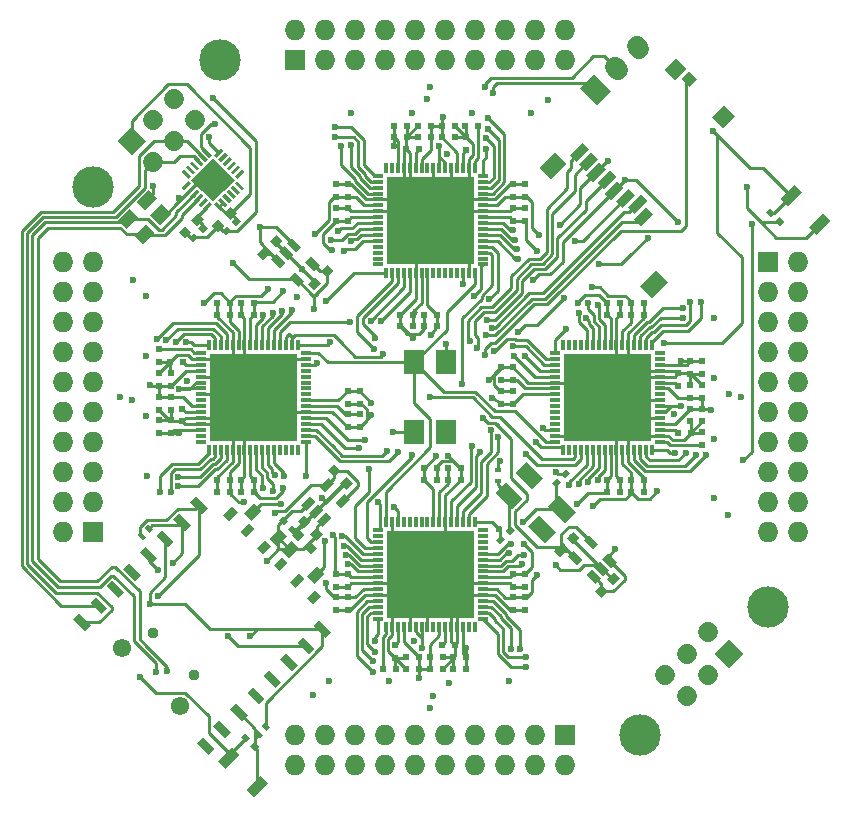
<source format=gtl>
G04 #@! TF.FileFunction,Copper,L1,Top,Signal*
%FSLAX46Y46*%
G04 Gerber Fmt 4.6, Leading zero omitted, Abs format (unit mm)*
G04 Created by KiCad (PCBNEW 4.0.6-e0-6349~53~ubuntu14.04.1) date Sat Apr  1 16:27:06 2017*
%MOMM*%
%LPD*%
G01*
G04 APERTURE LIST*
%ADD10C,0.200000*%
%ADD11C,3.500000*%
%ADD12C,1.727200*%
%ADD13R,1.727200X1.727200*%
%ADD14O,1.727200X1.727200*%
%ADD15R,0.850000X0.300000*%
%ADD16R,0.300000X0.850000*%
%ADD17R,1.837500X1.837500*%
%ADD18R,0.500000X0.600000*%
%ADD19R,0.600000X0.500000*%
%ADD20R,1.700000X2.100000*%
%ADD21C,0.950000*%
%ADD22C,1.550000*%
%ADD23R,0.600000X0.400000*%
%ADD24C,0.600000*%
%ADD25C,0.250000*%
G04 APERTURE END LIST*
D10*
D11*
X-28575000Y17780000D03*
D10*
G36*
X14077763Y24705922D02*
X12640922Y26142763D01*
X13862237Y27364078D01*
X15299078Y25927237D01*
X14077763Y24705922D01*
X14077763Y24705922D01*
G37*
D12*
X15658288Y27938814D02*
X15873814Y27723288D01*
X17454339Y29734865D02*
X17669865Y29519339D01*
D10*
G36*
X-12140642Y13024526D02*
X-11681023Y13484145D01*
X-10931490Y12734612D01*
X-11391109Y12274993D01*
X-12140642Y13024526D01*
X-12140642Y13024526D01*
G37*
G36*
X-12812393Y12352774D02*
X-12352774Y12812393D01*
X-11603241Y12062860D01*
X-12062860Y11603241D01*
X-12812393Y12352774D01*
X-12812393Y12352774D01*
G37*
G36*
X-13484145Y11681023D02*
X-13024526Y12140642D01*
X-12274993Y11391109D01*
X-12734612Y10931490D01*
X-13484145Y11681023D01*
X-13484145Y11681023D01*
G37*
G36*
X-11928510Y10125388D02*
X-11468891Y10585007D01*
X-10719358Y9835474D01*
X-11178977Y9375855D01*
X-11928510Y10125388D01*
X-11928510Y10125388D01*
G37*
G36*
X-10585007Y11468891D02*
X-10125388Y11928510D01*
X-9375855Y11178977D01*
X-9835474Y10719358D01*
X-10585007Y11468891D01*
X-10585007Y11468891D01*
G37*
G36*
X-10484526Y-9600642D02*
X-10944145Y-9141023D01*
X-10194612Y-8391490D01*
X-9734993Y-8851109D01*
X-10484526Y-9600642D01*
X-10484526Y-9600642D01*
G37*
G36*
X-9812774Y-10272393D02*
X-10272393Y-9812774D01*
X-9522860Y-9063241D01*
X-9063241Y-9522860D01*
X-9812774Y-10272393D01*
X-9812774Y-10272393D01*
G37*
G36*
X-9141023Y-10944145D02*
X-9600642Y-10484526D01*
X-8851109Y-9734993D01*
X-8391490Y-10194612D01*
X-9141023Y-10944145D01*
X-9141023Y-10944145D01*
G37*
G36*
X-7585388Y-9388510D02*
X-8045007Y-8928891D01*
X-7295474Y-8179358D01*
X-6835855Y-8638977D01*
X-7585388Y-9388510D01*
X-7585388Y-9388510D01*
G37*
G36*
X-8928891Y-8045007D02*
X-9388510Y-7585388D01*
X-8638977Y-6835855D01*
X-8179358Y-7295474D01*
X-8928891Y-8045007D01*
X-8928891Y-8045007D01*
G37*
G36*
X14426642Y-15310526D02*
X13967023Y-15770145D01*
X13217490Y-15020612D01*
X13677109Y-14560993D01*
X14426642Y-15310526D01*
X14426642Y-15310526D01*
G37*
G36*
X15098393Y-14638774D02*
X14638774Y-15098393D01*
X13889241Y-14348860D01*
X14348860Y-13889241D01*
X15098393Y-14638774D01*
X15098393Y-14638774D01*
G37*
G36*
X15770145Y-13967023D02*
X15310526Y-14426642D01*
X14560993Y-13677109D01*
X15020612Y-13217490D01*
X15770145Y-13967023D01*
X15770145Y-13967023D01*
G37*
G36*
X14214510Y-12411388D02*
X13754891Y-12871007D01*
X13005358Y-12121474D01*
X13464977Y-11661855D01*
X14214510Y-12411388D01*
X14214510Y-12411388D01*
G37*
G36*
X12871007Y-13754891D02*
X12411388Y-14214510D01*
X11661855Y-13464977D01*
X12121474Y-13005358D01*
X12871007Y-13754891D01*
X12871007Y-13754891D01*
G37*
G36*
X17775812Y9431951D02*
X19119315Y10775454D01*
X20109264Y9785505D01*
X18765761Y8442002D01*
X17775812Y9431951D01*
X17775812Y9431951D01*
G37*
G36*
X9184464Y19437512D02*
X10527967Y20781015D01*
X11517916Y19791066D01*
X10174413Y18447563D01*
X9184464Y19437512D01*
X9184464Y19437512D01*
G37*
G36*
X23856930Y23715509D02*
X24846879Y24705458D01*
X25766118Y23786219D01*
X24776169Y22796270D01*
X23856930Y23715509D01*
X23856930Y23715509D01*
G37*
G36*
X19826422Y27746018D02*
X20816371Y28735967D01*
X21735610Y27816728D01*
X20745661Y26826779D01*
X19826422Y27746018D01*
X19826422Y27746018D01*
G37*
G36*
X17231339Y15053451D02*
X18291999Y16114111D01*
X18857685Y15548425D01*
X17797025Y14487765D01*
X17231339Y15053451D01*
X17231339Y15053451D01*
G37*
G36*
X16736365Y16114111D02*
X17797025Y17174771D01*
X18362711Y16609085D01*
X17302051Y15548425D01*
X16736365Y16114111D01*
X16736365Y16114111D01*
G37*
G36*
X15675704Y16609086D02*
X16736364Y17669746D01*
X17302050Y17104060D01*
X16241390Y16043400D01*
X15675704Y16609086D01*
X15675704Y16609086D01*
G37*
G36*
X14756466Y17245482D02*
X15817126Y18306142D01*
X16382812Y17740456D01*
X15322152Y16679796D01*
X14756466Y17245482D01*
X14756466Y17245482D01*
G37*
G36*
X14120069Y18164721D02*
X15180729Y19225381D01*
X15746415Y18659695D01*
X14685755Y17599035D01*
X14120069Y18164721D01*
X14120069Y18164721D01*
G37*
G36*
X13200831Y18801117D02*
X14261491Y19861777D01*
X14827177Y19296091D01*
X13766517Y18235431D01*
X13200831Y18801117D01*
X13200831Y18801117D01*
G37*
G36*
X12564435Y19720356D02*
X13625095Y20781016D01*
X14190781Y20215330D01*
X13130121Y19154670D01*
X12564435Y19720356D01*
X12564435Y19720356D01*
G37*
G36*
X11786617Y20498173D02*
X12847277Y21558833D01*
X13412963Y20993147D01*
X12352303Y19932487D01*
X11786617Y20498173D01*
X11786617Y20498173D01*
G37*
G36*
X21230028Y26971736D02*
X21901779Y27643487D01*
X22608886Y26936380D01*
X21937135Y26264629D01*
X21230028Y26971736D01*
X21230028Y26971736D01*
G37*
D13*
X11430000Y-28575000D03*
D14*
X11430000Y-31115000D03*
X8890000Y-28575000D03*
X8890000Y-31115000D03*
X6350000Y-28575000D03*
X6350000Y-31115000D03*
X3810000Y-28575000D03*
X3810000Y-31115000D03*
X1270000Y-28575000D03*
X1270000Y-31115000D03*
X-1270000Y-28575000D03*
X-1270000Y-31115000D03*
X-3810000Y-28575000D03*
X-3810000Y-31115000D03*
X-6350000Y-28575000D03*
X-6350000Y-31115000D03*
X-8890000Y-28575000D03*
X-8890000Y-31115000D03*
X-11430000Y-28575000D03*
X-11430000Y-31115000D03*
D13*
X-28575000Y-11430000D03*
D14*
X-31115000Y-11430000D03*
X-28575000Y-8890000D03*
X-31115000Y-8890000D03*
X-28575000Y-6350000D03*
X-31115000Y-6350000D03*
X-28575000Y-3810000D03*
X-31115000Y-3810000D03*
X-28575000Y-1270000D03*
X-31115000Y-1270000D03*
X-28575000Y1270000D03*
X-31115000Y1270000D03*
X-28575000Y3810000D03*
X-31115000Y3810000D03*
X-28575000Y6350000D03*
X-31115000Y6350000D03*
X-28575000Y8890000D03*
X-31115000Y8890000D03*
X-28575000Y11430000D03*
X-31115000Y11430000D03*
D13*
X-11430000Y28575000D03*
D14*
X-11430000Y31115000D03*
X-8890000Y28575000D03*
X-8890000Y31115000D03*
X-6350000Y28575000D03*
X-6350000Y31115000D03*
X-3810000Y28575000D03*
X-3810000Y31115000D03*
X-1270000Y28575000D03*
X-1270000Y31115000D03*
X1270000Y28575000D03*
X1270000Y31115000D03*
X3810000Y28575000D03*
X3810000Y31115000D03*
X6350000Y28575000D03*
X6350000Y31115000D03*
X8890000Y28575000D03*
X8890000Y31115000D03*
X11430000Y28575000D03*
X11430000Y31115000D03*
D13*
X28575000Y11430000D03*
D14*
X31115000Y11430000D03*
X28575000Y8890000D03*
X31115000Y8890000D03*
X28575000Y6350000D03*
X31115000Y6350000D03*
X28575000Y3810000D03*
X31115000Y3810000D03*
X28575000Y1270000D03*
X31115000Y1270000D03*
X28575000Y-1270000D03*
X31115000Y-1270000D03*
X28575000Y-3810000D03*
X31115000Y-3810000D03*
X28575000Y-6350000D03*
X31115000Y-6350000D03*
X28575000Y-8890000D03*
X31115000Y-8890000D03*
X28575000Y-11430000D03*
X31115000Y-11430000D03*
D15*
X4450000Y-18750000D03*
X4450000Y-18250000D03*
X4450000Y-17750000D03*
X4450000Y-17250000D03*
X4450000Y-16750000D03*
X4450000Y-16250000D03*
X4450000Y-15750000D03*
X4450000Y-15250000D03*
X4450000Y-14750000D03*
X4450000Y-14250000D03*
X4450000Y-13750000D03*
X4450000Y-13250000D03*
X4450000Y-12750000D03*
X4450000Y-12250000D03*
X4450000Y-11750000D03*
X4450000Y-11250000D03*
D16*
X3750000Y-10550000D03*
X3250000Y-10550000D03*
X2750000Y-10550000D03*
X2250000Y-10550000D03*
X1750000Y-10550000D03*
X1250000Y-10550000D03*
X750000Y-10550000D03*
X250000Y-10550000D03*
X-250000Y-10550000D03*
X-750000Y-10550000D03*
X-1250000Y-10550000D03*
X-1750000Y-10550000D03*
X-2250000Y-10550000D03*
X-2750000Y-10550000D03*
X-3250000Y-10550000D03*
X-3750000Y-10550000D03*
D15*
X-4450000Y-11250000D03*
X-4450000Y-11750000D03*
X-4450000Y-12250000D03*
X-4450000Y-12750000D03*
X-4450000Y-13250000D03*
X-4450000Y-13750000D03*
X-4450000Y-14250000D03*
X-4450000Y-14750000D03*
X-4450000Y-15250000D03*
X-4450000Y-15750000D03*
X-4450000Y-16250000D03*
X-4450000Y-16750000D03*
X-4450000Y-17250000D03*
X-4450000Y-17750000D03*
X-4450000Y-18250000D03*
X-4450000Y-18750000D03*
D16*
X-3750000Y-19450000D03*
X-3250000Y-19450000D03*
X-2750000Y-19450000D03*
X-2250000Y-19450000D03*
X-1750000Y-19450000D03*
X-1250000Y-19450000D03*
X-750000Y-19450000D03*
X-250000Y-19450000D03*
X250000Y-19450000D03*
X750000Y-19450000D03*
X1250000Y-19450000D03*
X1750000Y-19450000D03*
X2250000Y-19450000D03*
X2750000Y-19450000D03*
X3250000Y-19450000D03*
X3750000Y-19450000D03*
D17*
X-2756250Y-12243750D03*
X-2756250Y-14081250D03*
X-2756250Y-15918750D03*
X-2756250Y-17756250D03*
X-918750Y-12243750D03*
X-918750Y-14081250D03*
X-918750Y-15918750D03*
X-918750Y-17756250D03*
X918750Y-12243750D03*
X918750Y-14081250D03*
X918750Y-15918750D03*
X918750Y-17756250D03*
X2756250Y-12243750D03*
X2756250Y-14081250D03*
X2756250Y-15918750D03*
X2756250Y-17756250D03*
D16*
X-18750000Y-4450000D03*
X-18250000Y-4450000D03*
X-17750000Y-4450000D03*
X-17250000Y-4450000D03*
X-16750000Y-4450000D03*
X-16250000Y-4450000D03*
X-15750000Y-4450000D03*
X-15250000Y-4450000D03*
X-14750000Y-4450000D03*
X-14250000Y-4450000D03*
X-13750000Y-4450000D03*
X-13250000Y-4450000D03*
X-12750000Y-4450000D03*
X-12250000Y-4450000D03*
X-11750000Y-4450000D03*
X-11250000Y-4450000D03*
D15*
X-10550000Y-3750000D03*
X-10550000Y-3250000D03*
X-10550000Y-2750000D03*
X-10550000Y-2250000D03*
X-10550000Y-1750000D03*
X-10550000Y-1250000D03*
X-10550000Y-750000D03*
X-10550000Y-250000D03*
X-10550000Y250000D03*
X-10550000Y750000D03*
X-10550000Y1250000D03*
X-10550000Y1750000D03*
X-10550000Y2250000D03*
X-10550000Y2750000D03*
X-10550000Y3250000D03*
X-10550000Y3750000D03*
D16*
X-11250000Y4450000D03*
X-11750000Y4450000D03*
X-12250000Y4450000D03*
X-12750000Y4450000D03*
X-13250000Y4450000D03*
X-13750000Y4450000D03*
X-14250000Y4450000D03*
X-14750000Y4450000D03*
X-15250000Y4450000D03*
X-15750000Y4450000D03*
X-16250000Y4450000D03*
X-16750000Y4450000D03*
X-17250000Y4450000D03*
X-17750000Y4450000D03*
X-18250000Y4450000D03*
X-18750000Y4450000D03*
D15*
X-19450000Y3750000D03*
X-19450000Y3250000D03*
X-19450000Y2750000D03*
X-19450000Y2250000D03*
X-19450000Y1750000D03*
X-19450000Y1250000D03*
X-19450000Y750000D03*
X-19450000Y250000D03*
X-19450000Y-250000D03*
X-19450000Y-750000D03*
X-19450000Y-1250000D03*
X-19450000Y-1750000D03*
X-19450000Y-2250000D03*
X-19450000Y-2750000D03*
X-19450000Y-3250000D03*
X-19450000Y-3750000D03*
D17*
X-12243750Y2756250D03*
X-14081250Y2756250D03*
X-15918750Y2756250D03*
X-17756250Y2756250D03*
X-12243750Y918750D03*
X-14081250Y918750D03*
X-15918750Y918750D03*
X-17756250Y918750D03*
X-12243750Y-918750D03*
X-14081250Y-918750D03*
X-15918750Y-918750D03*
X-17756250Y-918750D03*
X-12243750Y-2756250D03*
X-14081250Y-2756250D03*
X-15918750Y-2756250D03*
X-17756250Y-2756250D03*
D15*
X-4450000Y18750000D03*
X-4450000Y18250000D03*
X-4450000Y17750000D03*
X-4450000Y17250000D03*
X-4450000Y16750000D03*
X-4450000Y16250000D03*
X-4450000Y15750000D03*
X-4450000Y15250000D03*
X-4450000Y14750000D03*
X-4450000Y14250000D03*
X-4450000Y13750000D03*
X-4450000Y13250000D03*
X-4450000Y12750000D03*
X-4450000Y12250000D03*
X-4450000Y11750000D03*
X-4450000Y11250000D03*
D16*
X-3750000Y10550000D03*
X-3250000Y10550000D03*
X-2750000Y10550000D03*
X-2250000Y10550000D03*
X-1750000Y10550000D03*
X-1250000Y10550000D03*
X-750000Y10550000D03*
X-250000Y10550000D03*
X250000Y10550000D03*
X750000Y10550000D03*
X1250000Y10550000D03*
X1750000Y10550000D03*
X2250000Y10550000D03*
X2750000Y10550000D03*
X3250000Y10550000D03*
X3750000Y10550000D03*
D15*
X4450000Y11250000D03*
X4450000Y11750000D03*
X4450000Y12250000D03*
X4450000Y12750000D03*
X4450000Y13250000D03*
X4450000Y13750000D03*
X4450000Y14250000D03*
X4450000Y14750000D03*
X4450000Y15250000D03*
X4450000Y15750000D03*
X4450000Y16250000D03*
X4450000Y16750000D03*
X4450000Y17250000D03*
X4450000Y17750000D03*
X4450000Y18250000D03*
X4450000Y18750000D03*
D16*
X3750000Y19450000D03*
X3250000Y19450000D03*
X2750000Y19450000D03*
X2250000Y19450000D03*
X1750000Y19450000D03*
X1250000Y19450000D03*
X750000Y19450000D03*
X250000Y19450000D03*
X-250000Y19450000D03*
X-750000Y19450000D03*
X-1250000Y19450000D03*
X-1750000Y19450000D03*
X-2250000Y19450000D03*
X-2750000Y19450000D03*
X-3250000Y19450000D03*
X-3750000Y19450000D03*
D17*
X2756250Y12243750D03*
X2756250Y14081250D03*
X2756250Y15918750D03*
X2756250Y17756250D03*
X918750Y12243750D03*
X918750Y14081250D03*
X918750Y15918750D03*
X918750Y17756250D03*
X-918750Y12243750D03*
X-918750Y14081250D03*
X-918750Y15918750D03*
X-918750Y17756250D03*
X-2756250Y12243750D03*
X-2756250Y14081250D03*
X-2756250Y15918750D03*
X-2756250Y17756250D03*
D16*
X18750000Y4450000D03*
X18250000Y4450000D03*
X17750000Y4450000D03*
X17250000Y4450000D03*
X16750000Y4450000D03*
X16250000Y4450000D03*
X15750000Y4450000D03*
X15250000Y4450000D03*
X14750000Y4450000D03*
X14250000Y4450000D03*
X13750000Y4450000D03*
X13250000Y4450000D03*
X12750000Y4450000D03*
X12250000Y4450000D03*
X11750000Y4450000D03*
X11250000Y4450000D03*
D15*
X10550000Y3750000D03*
X10550000Y3250000D03*
X10550000Y2750000D03*
X10550000Y2250000D03*
X10550000Y1750000D03*
X10550000Y1250000D03*
X10550000Y750000D03*
X10550000Y250000D03*
X10550000Y-250000D03*
X10550000Y-750000D03*
X10550000Y-1250000D03*
X10550000Y-1750000D03*
X10550000Y-2250000D03*
X10550000Y-2750000D03*
X10550000Y-3250000D03*
X10550000Y-3750000D03*
D16*
X11250000Y-4450000D03*
X11750000Y-4450000D03*
X12250000Y-4450000D03*
X12750000Y-4450000D03*
X13250000Y-4450000D03*
X13750000Y-4450000D03*
X14250000Y-4450000D03*
X14750000Y-4450000D03*
X15250000Y-4450000D03*
X15750000Y-4450000D03*
X16250000Y-4450000D03*
X16750000Y-4450000D03*
X17250000Y-4450000D03*
X17750000Y-4450000D03*
X18250000Y-4450000D03*
X18750000Y-4450000D03*
D15*
X19450000Y-3750000D03*
X19450000Y-3250000D03*
X19450000Y-2750000D03*
X19450000Y-2250000D03*
X19450000Y-1750000D03*
X19450000Y-1250000D03*
X19450000Y-750000D03*
X19450000Y-250000D03*
X19450000Y250000D03*
X19450000Y750000D03*
X19450000Y1250000D03*
X19450000Y1750000D03*
X19450000Y2250000D03*
X19450000Y2750000D03*
X19450000Y3250000D03*
X19450000Y3750000D03*
D17*
X12243750Y-2756250D03*
X14081250Y-2756250D03*
X15918750Y-2756250D03*
X17756250Y-2756250D03*
X12243750Y-918750D03*
X14081250Y-918750D03*
X15918750Y-918750D03*
X17756250Y-918750D03*
X12243750Y918750D03*
X14081250Y918750D03*
X15918750Y918750D03*
X17756250Y918750D03*
X12243750Y2756250D03*
X14081250Y2756250D03*
X15918750Y2756250D03*
X17756250Y2756250D03*
D18*
X8000000Y-16950000D03*
X8000000Y-18050000D03*
X8000000Y-14950000D03*
X8000000Y-16050000D03*
D19*
X1450000Y-6000000D03*
X2550000Y-6000000D03*
X-550000Y-6000000D03*
X550000Y-6000000D03*
D18*
X7000000Y-16950000D03*
X7000000Y-18050000D03*
X7000000Y-14950000D03*
X7000000Y-16050000D03*
D19*
X1450000Y-7000000D03*
X2550000Y-7000000D03*
X-550000Y-7000000D03*
X550000Y-7000000D03*
D18*
X-7000000Y-18050000D03*
X-7000000Y-16950000D03*
X-7000000Y-16050000D03*
X-7000000Y-14950000D03*
X-3000000Y-20950000D03*
X-3000000Y-22050000D03*
D19*
X3050000Y-22000000D03*
X1950000Y-22000000D03*
X1050000Y-22000000D03*
X-50000Y-22000000D03*
X-950000Y-22000000D03*
X-2050000Y-22000000D03*
X2050000Y-21000000D03*
X950000Y-21000000D03*
D18*
X-8000000Y-18050000D03*
X-8000000Y-16950000D03*
X-8000000Y-16050000D03*
X-8000000Y-14950000D03*
D19*
X3050000Y-23000000D03*
X1950000Y-23000000D03*
X1050000Y-23000000D03*
X-50000Y-23000000D03*
X-950000Y-23000000D03*
X-2050000Y-23000000D03*
X-2950000Y-23000000D03*
X-4050000Y-23000000D03*
X-16950000Y-8000000D03*
X-18050000Y-8000000D03*
X-14950000Y-8000000D03*
X-16050000Y-8000000D03*
D18*
X-6000000Y-1450000D03*
X-6000000Y-2550000D03*
X-6000000Y550000D03*
X-6000000Y-550000D03*
D19*
X-16950000Y-7000000D03*
X-18050000Y-7000000D03*
X-14950000Y-7000000D03*
X-16050000Y-7000000D03*
D18*
X-7000000Y-1450000D03*
X-7000000Y-2550000D03*
X-7000000Y550000D03*
X-7000000Y-550000D03*
D19*
X-18050000Y7000000D03*
X-16950000Y7000000D03*
X-16050000Y7000000D03*
X-14950000Y7000000D03*
X-20950000Y3000000D03*
X-22050000Y3000000D03*
D18*
X-22000000Y-3050000D03*
X-22000000Y-1950000D03*
X-22000000Y-1050000D03*
X-22000000Y50000D03*
X-22000000Y950000D03*
X-22000000Y2050000D03*
X-21000000Y-2050000D03*
X-21000000Y-950000D03*
D19*
X-18050000Y8000000D03*
X-16950000Y8000000D03*
X-16050000Y8000000D03*
X-14950000Y8000000D03*
D18*
X-23000000Y-3050000D03*
X-23000000Y-1950000D03*
X-23000000Y-1050000D03*
X-23000000Y50000D03*
X-23000000Y950000D03*
X-23000000Y2050000D03*
X-23000000Y2950000D03*
X-23000000Y4050000D03*
X-8000000Y16950000D03*
X-8000000Y18050000D03*
X-8000000Y14950000D03*
X-8000000Y16050000D03*
D19*
X-1450000Y6000000D03*
X-2550000Y6000000D03*
X550000Y6000000D03*
X-550000Y6000000D03*
D18*
X-7000000Y16950000D03*
X-7000000Y18050000D03*
X-7000000Y14950000D03*
X-7000000Y16050000D03*
D19*
X-1450000Y7000000D03*
X-2550000Y7000000D03*
X550000Y7000000D03*
X-550000Y7000000D03*
D18*
X7000000Y18050000D03*
X7000000Y16950000D03*
X7000000Y16050000D03*
X7000000Y14950000D03*
X3000000Y20950000D03*
X3000000Y22050000D03*
D19*
X-3050000Y22000000D03*
X-1950000Y22000000D03*
X-1050000Y22000000D03*
X50000Y22000000D03*
X950000Y22000000D03*
X2050000Y22000000D03*
X-2050000Y21000000D03*
X-950000Y21000000D03*
D18*
X8000000Y18050000D03*
X8000000Y16950000D03*
X8000000Y16050000D03*
X8000000Y14950000D03*
D19*
X-3050000Y23000000D03*
X-1950000Y23000000D03*
X-1050000Y23000000D03*
X50000Y23000000D03*
X950000Y23000000D03*
X2050000Y23000000D03*
X2950000Y23000000D03*
X4050000Y23000000D03*
X16950000Y8000000D03*
X18050000Y8000000D03*
X14950000Y8000000D03*
X16050000Y8000000D03*
D18*
X6000000Y1450000D03*
X6000000Y2550000D03*
X6000000Y-550000D03*
X6000000Y550000D03*
D19*
X16950000Y7000000D03*
X18050000Y7000000D03*
X14950000Y7000000D03*
X16050000Y7000000D03*
D18*
X7000000Y1450000D03*
X7000000Y2550000D03*
X7000000Y-550000D03*
X7000000Y550000D03*
D19*
X18050000Y-7000000D03*
X16950000Y-7000000D03*
X16050000Y-7000000D03*
X14950000Y-7000000D03*
X20950000Y-3000000D03*
X22050000Y-3000000D03*
D18*
X22000000Y3050000D03*
X22000000Y1950000D03*
X22000000Y1050000D03*
X22000000Y-50000D03*
X22000000Y-950000D03*
X22000000Y-2050000D03*
X21000000Y2050000D03*
X21000000Y950000D03*
D19*
X18050000Y-8000000D03*
X16950000Y-8000000D03*
X16050000Y-8000000D03*
X14950000Y-8000000D03*
D18*
X23000000Y3050000D03*
X23000000Y1950000D03*
X23000000Y1050000D03*
X23000000Y-50000D03*
X23000000Y-950000D03*
X23000000Y-2050000D03*
X23000000Y-2950000D03*
X23000000Y-4050000D03*
D10*
G36*
X10624736Y-7635818D02*
X10271182Y-7282264D01*
X10695446Y-6858000D01*
X11049000Y-7211554D01*
X10624736Y-7635818D01*
X10624736Y-7635818D01*
G37*
G36*
X11402554Y-6858000D02*
X11049000Y-6504446D01*
X11473264Y-6080182D01*
X11826818Y-6433736D01*
X11402554Y-6858000D01*
X11402554Y-6858000D01*
G37*
G36*
X6774264Y-10906182D02*
X7127818Y-11259736D01*
X6703554Y-11684000D01*
X6350000Y-11330446D01*
X6774264Y-10906182D01*
X6774264Y-10906182D01*
G37*
G36*
X5996446Y-11684000D02*
X6350000Y-12037554D01*
X5925736Y-12461818D01*
X5572182Y-12108264D01*
X5996446Y-11684000D01*
X5996446Y-11684000D01*
G37*
D20*
X1350000Y-2950000D03*
X1350000Y2950000D03*
X-1350000Y2950000D03*
X-1350000Y-2950000D03*
D10*
G36*
X-10462660Y-15165011D02*
X-9599989Y-14302340D01*
X-8956522Y-14945807D01*
X-9819193Y-15808478D01*
X-10462660Y-15165011D01*
X-10462660Y-15165011D01*
G37*
G36*
X-12633478Y-12994193D02*
X-11770807Y-12131522D01*
X-11127340Y-12774989D01*
X-11990011Y-13637660D01*
X-12633478Y-12994193D01*
X-12633478Y-12994193D01*
G37*
G36*
X-14302340Y-9599989D02*
X-15165011Y-10462660D01*
X-15808478Y-9819193D01*
X-14945807Y-8956522D01*
X-14302340Y-9599989D01*
X-14302340Y-9599989D01*
G37*
G36*
X-12131522Y-11770807D02*
X-12994193Y-12633478D01*
X-13637660Y-11990011D01*
X-12774989Y-11127340D01*
X-12131522Y-11770807D01*
X-12131522Y-11770807D01*
G37*
G36*
X-20872196Y17513439D02*
X-21084328Y17725571D01*
X-20483288Y18326611D01*
X-20271156Y18114479D01*
X-20872196Y17513439D01*
X-20872196Y17513439D01*
G37*
G36*
X-20518642Y17159886D02*
X-20730774Y17372018D01*
X-20129734Y17973058D01*
X-19917602Y17760926D01*
X-20518642Y17159886D01*
X-20518642Y17159886D01*
G37*
G36*
X-20165089Y16806332D02*
X-20377221Y17018464D01*
X-19776181Y17619504D01*
X-19564049Y17407372D01*
X-20165089Y16806332D01*
X-20165089Y16806332D01*
G37*
G36*
X-19811536Y16452779D02*
X-20023668Y16664911D01*
X-19422628Y17265951D01*
X-19210496Y17053819D01*
X-19811536Y16452779D01*
X-19811536Y16452779D01*
G37*
G36*
X-19457982Y16099226D02*
X-19670114Y16311358D01*
X-19069074Y16912398D01*
X-18856942Y16700266D01*
X-19457982Y16099226D01*
X-19457982Y16099226D01*
G37*
G36*
X-19104429Y15745672D02*
X-19316561Y15957804D01*
X-18715521Y16558844D01*
X-18503389Y16346712D01*
X-19104429Y15745672D01*
X-19104429Y15745672D01*
G37*
G36*
X-17513439Y15957804D02*
X-17725571Y15745672D01*
X-18326611Y16346712D01*
X-18114479Y16558844D01*
X-17513439Y15957804D01*
X-17513439Y15957804D01*
G37*
G36*
X-17159886Y16311358D02*
X-17372018Y16099226D01*
X-17973058Y16700266D01*
X-17760926Y16912398D01*
X-17159886Y16311358D01*
X-17159886Y16311358D01*
G37*
G36*
X-16806332Y16664911D02*
X-17018464Y16452779D01*
X-17619504Y17053819D01*
X-17407372Y17265951D01*
X-16806332Y16664911D01*
X-16806332Y16664911D01*
G37*
G36*
X-16452779Y17018464D02*
X-16664911Y16806332D01*
X-17265951Y17407372D01*
X-17053819Y17619504D01*
X-16452779Y17018464D01*
X-16452779Y17018464D01*
G37*
G36*
X-16099226Y17372018D02*
X-16311358Y17159886D01*
X-16912398Y17760926D01*
X-16700266Y17973058D01*
X-16099226Y17372018D01*
X-16099226Y17372018D01*
G37*
G36*
X-15745672Y17725571D02*
X-15957804Y17513439D01*
X-16558844Y18114479D01*
X-16346712Y18326611D01*
X-15745672Y17725571D01*
X-15745672Y17725571D01*
G37*
G36*
X-16346712Y18503389D02*
X-16558844Y18715521D01*
X-15957804Y19316561D01*
X-15745672Y19104429D01*
X-16346712Y18503389D01*
X-16346712Y18503389D01*
G37*
G36*
X-16700266Y18856942D02*
X-16912398Y19069074D01*
X-16311358Y19670114D01*
X-16099226Y19457982D01*
X-16700266Y18856942D01*
X-16700266Y18856942D01*
G37*
G36*
X-17053819Y19210496D02*
X-17265951Y19422628D01*
X-16664911Y20023668D01*
X-16452779Y19811536D01*
X-17053819Y19210496D01*
X-17053819Y19210496D01*
G37*
G36*
X-17407372Y19564049D02*
X-17619504Y19776181D01*
X-17018464Y20377221D01*
X-16806332Y20165089D01*
X-17407372Y19564049D01*
X-17407372Y19564049D01*
G37*
G36*
X-17760926Y19917602D02*
X-17973058Y20129734D01*
X-17372018Y20730774D01*
X-17159886Y20518642D01*
X-17760926Y19917602D01*
X-17760926Y19917602D01*
G37*
G36*
X-18114479Y20271156D02*
X-18326611Y20483288D01*
X-17725571Y21084328D01*
X-17513439Y20872196D01*
X-18114479Y20271156D01*
X-18114479Y20271156D01*
G37*
G36*
X-18503389Y20483288D02*
X-18715521Y20271156D01*
X-19316561Y20872196D01*
X-19104429Y21084328D01*
X-18503389Y20483288D01*
X-18503389Y20483288D01*
G37*
G36*
X-18856942Y20129734D02*
X-19069074Y19917602D01*
X-19670114Y20518642D01*
X-19457982Y20730774D01*
X-18856942Y20129734D01*
X-18856942Y20129734D01*
G37*
G36*
X-19210496Y19776181D02*
X-19422628Y19564049D01*
X-20023668Y20165089D01*
X-19811536Y20377221D01*
X-19210496Y19776181D01*
X-19210496Y19776181D01*
G37*
G36*
X-19564049Y19422628D02*
X-19776181Y19210496D01*
X-20377221Y19811536D01*
X-20165089Y20023668D01*
X-19564049Y19422628D01*
X-19564049Y19422628D01*
G37*
G36*
X-19917602Y19069074D02*
X-20129734Y18856942D01*
X-20730774Y19457982D01*
X-20518642Y19670114D01*
X-19917602Y19069074D01*
X-19917602Y19069074D01*
G37*
G36*
X-20271156Y18715521D02*
X-20483288Y18503389D01*
X-21084328Y19104429D01*
X-20872196Y19316561D01*
X-20271156Y18715521D01*
X-20271156Y18715521D01*
G37*
G36*
X-17495761Y17495761D02*
X-18415000Y18415000D01*
X-17495761Y19334239D01*
X-16576522Y18415000D01*
X-17495761Y17495761D01*
X-17495761Y17495761D01*
G37*
G36*
X-18415000Y18415000D02*
X-19334239Y19334239D01*
X-18415000Y20253478D01*
X-17495761Y19334239D01*
X-18415000Y18415000D01*
X-18415000Y18415000D01*
G37*
G36*
X-18415000Y16576522D02*
X-19334239Y17495761D01*
X-18415000Y18415000D01*
X-17495761Y17495761D01*
X-18415000Y16576522D01*
X-18415000Y16576522D01*
G37*
G36*
X-19334239Y17495761D02*
X-20253478Y18415000D01*
X-19334239Y19334239D01*
X-18415000Y18415000D01*
X-19334239Y17495761D01*
X-19334239Y17495761D01*
G37*
G36*
X-21889426Y15544431D02*
X-22879050Y14554807D01*
X-23726786Y15402543D01*
X-22737162Y16392167D01*
X-21889426Y15544431D01*
X-21889426Y15544431D01*
G37*
G36*
X-23175399Y16830403D02*
X-24165023Y15840779D01*
X-24872667Y16548423D01*
X-23883043Y17538047D01*
X-23175399Y16830403D01*
X-23175399Y16830403D01*
G37*
G36*
X-24730779Y15275023D02*
X-25720403Y14285399D01*
X-26428047Y14993043D01*
X-25438423Y15982667D01*
X-24730779Y15275023D01*
X-24730779Y15275023D01*
G37*
G36*
X-23387333Y13931577D02*
X-24376957Y12941953D01*
X-25084601Y13649597D01*
X-24094977Y14639221D01*
X-23387333Y13931577D01*
X-23387333Y13931577D01*
G37*
G36*
X-11287182Y-11219264D02*
X-11640736Y-11572818D01*
X-12065000Y-11148554D01*
X-11711446Y-10795000D01*
X-11287182Y-11219264D01*
X-11287182Y-11219264D01*
G37*
G36*
X-12065000Y-10441446D02*
X-12418554Y-10795000D01*
X-12842818Y-10370736D01*
X-12489264Y-10017182D01*
X-12065000Y-10441446D01*
X-12065000Y-10441446D01*
G37*
D21*
X-19986714Y-23523521D03*
X-23522248Y-19987987D03*
D22*
X-21188796Y-26139816D03*
X-26138543Y-21190068D03*
D10*
G36*
X5460532Y-8076828D02*
X6379771Y-7157589D01*
X7793984Y-8571802D01*
X6874745Y-9491041D01*
X5460532Y-8076828D01*
X5460532Y-8076828D01*
G37*
G36*
X8288959Y-10905255D02*
X9208198Y-9986016D01*
X10622411Y-11400229D01*
X9703172Y-12319468D01*
X8288959Y-10905255D01*
X8288959Y-10905255D01*
G37*
G36*
X9986016Y-9208198D02*
X10905255Y-8288959D01*
X12319468Y-9703172D01*
X11400229Y-10622411D01*
X9986016Y-9208198D01*
X9986016Y-9208198D01*
G37*
G36*
X7157589Y-6379771D02*
X8076828Y-5460532D01*
X9491041Y-6874745D01*
X8571802Y-7793984D01*
X7157589Y-6379771D01*
X7157589Y-6379771D01*
G37*
G36*
X-19701992Y15578338D02*
X-19171662Y15048008D01*
X-19737348Y14482322D01*
X-20267678Y15012652D01*
X-19701992Y15578338D01*
X-19701992Y15578338D01*
G37*
G36*
X-20762652Y14517678D02*
X-20232322Y13987348D01*
X-20798008Y13421662D01*
X-21328338Y13951992D01*
X-20762652Y14517678D01*
X-20762652Y14517678D01*
G37*
G36*
X-17998008Y13971662D02*
X-18528338Y14501992D01*
X-17962652Y15067678D01*
X-17432322Y14537348D01*
X-17998008Y13971662D01*
X-17998008Y13971662D01*
G37*
G36*
X-16937348Y15032322D02*
X-17467678Y15562652D01*
X-16901992Y16128338D01*
X-16371662Y15598008D01*
X-16937348Y15032322D01*
X-16937348Y15032322D01*
G37*
G36*
X-14137008Y11621662D02*
X-14667338Y12151992D01*
X-14101652Y12717678D01*
X-13571322Y12187348D01*
X-14137008Y11621662D01*
X-14137008Y11621662D01*
G37*
G36*
X-13076348Y12682322D02*
X-13606678Y13212652D01*
X-13040992Y13778338D01*
X-12510662Y13248008D01*
X-13076348Y12682322D01*
X-13076348Y12682322D01*
G37*
G36*
X14437992Y-16953338D02*
X13907662Y-16423008D01*
X14473348Y-15857322D01*
X15003678Y-16387652D01*
X14437992Y-16953338D01*
X14437992Y-16953338D01*
G37*
G36*
X15498652Y-15892678D02*
X14968322Y-15362348D01*
X15534008Y-14796662D01*
X16064338Y-15326992D01*
X15498652Y-15892678D01*
X15498652Y-15892678D01*
G37*
G36*
X-8722992Y11238338D02*
X-8192662Y10708008D01*
X-8758348Y10142322D01*
X-9288678Y10672652D01*
X-8722992Y11238338D01*
X-8722992Y11238338D01*
G37*
G36*
X-9783652Y10177678D02*
X-9253322Y9647348D01*
X-9819008Y9081662D01*
X-10349338Y9611992D01*
X-9783652Y10177678D01*
X-9783652Y10177678D01*
G37*
G36*
X11008992Y-13524338D02*
X10478662Y-12994008D01*
X11044348Y-12428322D01*
X11574678Y-12958652D01*
X11008992Y-13524338D01*
X11008992Y-13524338D01*
G37*
G36*
X12069652Y-12463678D02*
X11539322Y-11933348D01*
X12105008Y-11367662D01*
X12635338Y-11897992D01*
X12069652Y-12463678D01*
X12069652Y-12463678D01*
G37*
G36*
X-9081662Y-11597008D02*
X-9611992Y-12127338D01*
X-10177678Y-11561652D01*
X-9647348Y-11031322D01*
X-9081662Y-11597008D01*
X-9081662Y-11597008D01*
G37*
G36*
X-10142322Y-10536348D02*
X-10672652Y-11066678D01*
X-11238338Y-10500992D01*
X-10708008Y-9970662D01*
X-10142322Y-10536348D01*
X-10142322Y-10536348D01*
G37*
G36*
X-8698338Y-6182992D02*
X-8168008Y-5652662D01*
X-7602322Y-6218348D01*
X-8132652Y-6748678D01*
X-8698338Y-6182992D01*
X-8698338Y-6182992D01*
G37*
G36*
X-7637678Y-7243652D02*
X-7107348Y-6713322D01*
X-6541662Y-7279008D01*
X-7071992Y-7809338D01*
X-7637678Y-7243652D01*
X-7637678Y-7243652D01*
G37*
G36*
X-19225736Y14727818D02*
X-18872182Y14374264D01*
X-19296446Y13950000D01*
X-19650000Y14303554D01*
X-19225736Y14727818D01*
X-19225736Y14727818D01*
G37*
G36*
X-20003554Y13950000D02*
X-19650000Y13596446D01*
X-20074264Y13172182D01*
X-20427818Y13525736D01*
X-20003554Y13950000D01*
X-20003554Y13950000D01*
G37*
G36*
X-17274264Y13722182D02*
X-17627818Y14075736D01*
X-17203554Y14500000D01*
X-16850000Y14146446D01*
X-17274264Y13722182D01*
X-17274264Y13722182D01*
G37*
G36*
X-16496446Y14500000D02*
X-16850000Y14853554D01*
X-16425736Y15277818D01*
X-16072182Y14924264D01*
X-16496446Y14500000D01*
X-16496446Y14500000D01*
G37*
G36*
X-11746338Y-11643992D02*
X-11216008Y-11113662D01*
X-10650322Y-11679348D01*
X-11180652Y-12209678D01*
X-11746338Y-11643992D01*
X-11746338Y-11643992D01*
G37*
G36*
X-10685678Y-12704652D02*
X-10155348Y-12174322D01*
X-9589662Y-12740008D01*
X-10119992Y-13270338D01*
X-10685678Y-12704652D01*
X-10685678Y-12704652D01*
G37*
G36*
X-25290000Y20478685D02*
X-26511315Y21700000D01*
X-25290000Y22921315D01*
X-24068685Y21700000D01*
X-25290000Y20478685D01*
X-25290000Y20478685D01*
G37*
D12*
X-23493949Y19903949D02*
X-23493949Y19903949D01*
X-23493949Y23496051D02*
X-23493949Y23496051D01*
X-21697898Y21700000D02*
X-21697898Y21700000D01*
X-21697898Y25292102D02*
X-21697898Y25292102D01*
X-19901846Y23496051D02*
X-19901846Y23496051D01*
D10*
G36*
X25290000Y-20478685D02*
X26511315Y-21700000D01*
X25290000Y-22921315D01*
X24068685Y-21700000D01*
X25290000Y-20478685D01*
X25290000Y-20478685D01*
G37*
D12*
X23493949Y-19903949D02*
X23493949Y-19903949D01*
X23493949Y-23496051D02*
X23493949Y-23496051D01*
X21697898Y-21700000D02*
X21697898Y-21700000D01*
X21697898Y-25292102D02*
X21697898Y-25292102D01*
X19901846Y-23496051D02*
X19901846Y-23496051D01*
D11*
X-17780000Y28575000D03*
X28575000Y-17780000D03*
X17780000Y-28575000D03*
D10*
G36*
X-9250986Y-16817029D02*
X-9958093Y-17524136D01*
X-10453068Y-17029161D01*
X-9745961Y-16322054D01*
X-9250986Y-16817029D01*
X-9250986Y-16817029D01*
G37*
G36*
X-10665200Y-15402816D02*
X-11372307Y-16109923D01*
X-11867282Y-15614948D01*
X-11160175Y-14907841D01*
X-10665200Y-15402816D01*
X-10665200Y-15402816D01*
G37*
G36*
X-12079414Y-13988602D02*
X-12786521Y-14695709D01*
X-13281496Y-14200734D01*
X-12574389Y-13493627D01*
X-12079414Y-13988602D01*
X-12079414Y-13988602D01*
G37*
G36*
X-13493627Y-12574389D02*
X-14200734Y-13281496D01*
X-14695709Y-12786521D01*
X-13988602Y-12079414D01*
X-13493627Y-12574389D01*
X-13493627Y-12574389D01*
G37*
G36*
X-14907841Y-11160175D02*
X-15614948Y-11867282D01*
X-16109923Y-11372307D01*
X-15402816Y-10665200D01*
X-14907841Y-11160175D01*
X-14907841Y-11160175D01*
G37*
G36*
X-16322054Y-9745961D02*
X-17029161Y-10453068D01*
X-17524136Y-9958093D01*
X-16817029Y-9250986D01*
X-16322054Y-9745961D01*
X-16322054Y-9745961D01*
G37*
G36*
X-18867639Y-9392408D02*
X-19362614Y-9887383D01*
X-20352563Y-8897434D01*
X-19857588Y-8402459D01*
X-18867639Y-9392408D01*
X-18867639Y-9392408D01*
G37*
G36*
X-20281853Y-10806621D02*
X-20776828Y-11301596D01*
X-21766777Y-10311647D01*
X-21271802Y-9816672D01*
X-20281853Y-10806621D01*
X-20281853Y-10806621D01*
G37*
G36*
X-21696066Y-12220835D02*
X-22191041Y-12715810D01*
X-23180990Y-11725861D01*
X-22686015Y-11230886D01*
X-21696066Y-12220835D01*
X-21696066Y-12220835D01*
G37*
G36*
X-23110280Y-13635048D02*
X-23605255Y-14130023D01*
X-24595204Y-13140074D01*
X-24100229Y-12645099D01*
X-23110280Y-13635048D01*
X-23110280Y-13635048D01*
G37*
G36*
X-24524493Y-15049262D02*
X-25019468Y-15544237D01*
X-26009417Y-14554288D01*
X-25514442Y-14059313D01*
X-24524493Y-15049262D01*
X-24524493Y-15049262D01*
G37*
G36*
X-25938707Y-16463475D02*
X-26433682Y-16958450D01*
X-27423631Y-15968501D01*
X-26928656Y-15473526D01*
X-25938707Y-16463475D01*
X-25938707Y-16463475D01*
G37*
G36*
X-27352920Y-17877689D02*
X-27847895Y-18372664D01*
X-28837844Y-17382715D01*
X-28342869Y-16887740D01*
X-27352920Y-17877689D01*
X-27352920Y-17877689D01*
G37*
G36*
X-28767134Y-19291903D02*
X-29262109Y-19786878D01*
X-30252058Y-18796929D01*
X-29757083Y-18301954D01*
X-28767134Y-19291903D01*
X-28767134Y-19291903D01*
G37*
G36*
X-8402459Y-19857588D02*
X-8897434Y-20352563D01*
X-9887383Y-19362614D01*
X-9392408Y-18867639D01*
X-8402459Y-19857588D01*
X-8402459Y-19857588D01*
G37*
G36*
X-9816672Y-21271802D02*
X-10311647Y-21766777D01*
X-11301596Y-20776828D01*
X-10806621Y-20281853D01*
X-9816672Y-21271802D01*
X-9816672Y-21271802D01*
G37*
G36*
X-11230886Y-22686015D02*
X-11725861Y-23180990D01*
X-12715810Y-22191041D01*
X-12220835Y-21696066D01*
X-11230886Y-22686015D01*
X-11230886Y-22686015D01*
G37*
G36*
X-12645099Y-24100229D02*
X-13140074Y-24595204D01*
X-14130023Y-23605255D01*
X-13635048Y-23110280D01*
X-12645099Y-24100229D01*
X-12645099Y-24100229D01*
G37*
G36*
X-14059313Y-25514442D02*
X-14554288Y-26009417D01*
X-15544237Y-25019468D01*
X-15049262Y-24524493D01*
X-14059313Y-25514442D01*
X-14059313Y-25514442D01*
G37*
G36*
X-15473526Y-26928656D02*
X-15968501Y-27423631D01*
X-16958450Y-26433682D01*
X-16463475Y-25938707D01*
X-15473526Y-26928656D01*
X-15473526Y-26928656D01*
G37*
G36*
X-16887740Y-28342869D02*
X-17382715Y-28837844D01*
X-18372664Y-27847895D01*
X-17877689Y-27352920D01*
X-16887740Y-28342869D01*
X-16887740Y-28342869D01*
G37*
G36*
X-18301954Y-29757083D02*
X-18796929Y-30252058D01*
X-19786878Y-29262109D01*
X-19291903Y-28767134D01*
X-18301954Y-29757083D01*
X-18301954Y-29757083D01*
G37*
G36*
X29987818Y14815736D02*
X29634264Y14462182D01*
X29210000Y14886446D01*
X29563554Y15240000D01*
X29987818Y14815736D01*
X29987818Y14815736D01*
G37*
G36*
X29210000Y15593554D02*
X28856446Y15240000D01*
X28432182Y15664264D01*
X28785736Y16017818D01*
X29210000Y15593554D01*
X29210000Y15593554D01*
G37*
G36*
X-14462182Y-29634264D02*
X-14815736Y-29987818D01*
X-15240000Y-29563554D01*
X-14886446Y-29210000D01*
X-14462182Y-29634264D01*
X-14462182Y-29634264D01*
G37*
G36*
X-15240000Y-28856446D02*
X-15593554Y-29210000D01*
X-16017818Y-28785736D01*
X-15664264Y-28432182D01*
X-15240000Y-28856446D01*
X-15240000Y-28856446D01*
G37*
D23*
X5715000Y-7054000D03*
X5715000Y-6154000D03*
D10*
G36*
X-13976513Y-27522249D02*
X-13552249Y-27946513D01*
X-13835091Y-28229355D01*
X-14259355Y-27805091D01*
X-13976513Y-27522249D01*
X-13976513Y-27522249D01*
G37*
G36*
X-14612909Y-28158645D02*
X-14188645Y-28582909D01*
X-14471487Y-28865751D01*
X-14895751Y-28441487D01*
X-14612909Y-28158645D01*
X-14612909Y-28158645D01*
G37*
G36*
X-24377487Y-12101751D02*
X-24801751Y-11677487D01*
X-24518909Y-11394645D01*
X-24094645Y-11818909D01*
X-24377487Y-12101751D01*
X-24377487Y-12101751D01*
G37*
G36*
X-23741091Y-11465355D02*
X-24165355Y-11041091D01*
X-23882513Y-10758249D01*
X-23458249Y-11182513D01*
X-23741091Y-11465355D01*
X-23741091Y-11465355D01*
G37*
G36*
X29628679Y16794239D02*
X30830761Y17996321D01*
X31467157Y17359925D01*
X30265075Y16157843D01*
X29628679Y16794239D01*
X29628679Y16794239D01*
G37*
G36*
X32032843Y14390075D02*
X33234925Y15592157D01*
X33871321Y14955761D01*
X32669239Y13753679D01*
X32032843Y14390075D01*
X32032843Y14390075D01*
G37*
G36*
X-13753679Y-32669239D02*
X-14955761Y-33871321D01*
X-15592157Y-33234925D01*
X-14390075Y-32032843D01*
X-13753679Y-32669239D01*
X-13753679Y-32669239D01*
G37*
G36*
X-16157843Y-30265075D02*
X-17359925Y-31467157D01*
X-17996321Y-30830761D01*
X-16794239Y-29628679D01*
X-16157843Y-30265075D01*
X-16157843Y-30265075D01*
G37*
D24*
X23950000Y22550000D03*
X19750000Y4600000D03*
X-9850000Y7450000D03*
X21000000Y14800000D03*
X-16750000Y11400000D03*
X8700000Y9900000D03*
X16500000Y18400000D03*
X19200000Y-7950000D03*
X-8850000Y-15750000D03*
X-19200000Y7950000D03*
X9200000Y13750000D03*
X-13150000Y-9800000D03*
X-15750000Y-8850000D03*
X-9750000Y13850000D03*
X1050000Y23750000D03*
X-23750000Y1000000D03*
X-1000000Y-23750000D03*
X23750000Y-1050000D03*
X-3050000Y21250000D03*
X-21250000Y-3050000D03*
X21250000Y3050000D03*
X3050000Y-21250000D03*
X13650000Y9300000D03*
X9050000Y-15050000D03*
X13750000Y-9200000D03*
X-13750000Y9200000D03*
X5100000Y-2800000D03*
X-5200000Y-6050000D03*
X5750000Y-3350000D03*
X3550000Y-4150000D03*
X4200000Y-4650000D03*
X-9600000Y2900000D03*
X-8500000Y4650000D03*
X-6850000Y6400000D03*
X4650000Y26300000D03*
X5300000Y25800000D03*
X5400000Y3950000D03*
X9500000Y-2600000D03*
X7000000Y4300000D03*
X7100000Y3500000D03*
X8000000Y3500000D03*
X8900000Y-3800000D03*
X8100000Y-4800000D03*
X-3100000Y-9300000D03*
X-4400000Y-8900000D03*
X21250000Y-700000D03*
X5250000Y-50000D03*
X4450000Y-1750000D03*
X-3150000Y-2950000D03*
X50000Y5250000D03*
X700000Y21250000D03*
X-5000000Y-500000D03*
X-21250000Y700000D03*
X500000Y-5000000D03*
X-700000Y-21200000D03*
X10600000Y-14200000D03*
X-9144000Y-8509000D03*
X15918750Y-918750D03*
X15918750Y918750D03*
X918750Y15918750D03*
X-918750Y15918750D03*
X-15918750Y-918750D03*
X-15918750Y918750D03*
X-918750Y-15918750D03*
X918750Y-15918750D03*
X26770000Y17780000D03*
X11500000Y5800000D03*
X-11300000Y8450000D03*
X-8850000Y8150000D03*
X-10550000Y-6650000D03*
X-10850000Y10850000D03*
X5800000Y-11150000D03*
X-9950000Y-25200000D03*
X25200000Y-9950000D03*
X9950000Y25150000D03*
X-25200000Y9950000D03*
X1350000Y4550000D03*
X15050000Y20000000D03*
X10950000Y14600000D03*
X-250000Y25250000D03*
X-25250000Y-250000D03*
X250000Y-25250000D03*
X25250000Y250000D03*
X5000000Y1500000D03*
X1500000Y-5000000D03*
X-5000000Y-1500000D03*
X-1500000Y5000000D03*
X-8550000Y-24050000D03*
X-3500000Y-24050000D03*
X1600000Y-24200000D03*
X6650000Y-24000000D03*
X-24000000Y-6650000D03*
X-24050000Y-1600000D03*
X-24050000Y3500000D03*
X-24050000Y8550000D03*
X-6700000Y24050000D03*
X-1600000Y24050000D03*
X3500000Y24050000D03*
X8550000Y24050000D03*
X24050000Y6700000D03*
X24050000Y1600000D03*
X24050000Y-3500000D03*
X24050000Y-8550000D03*
X10600000Y-6350000D03*
X-2750000Y-4600000D03*
X-3700000Y-4550000D03*
X-5550000Y-3650000D03*
X-6050000Y-4300000D03*
X2750000Y9550000D03*
X-4750000Y4100000D03*
X-4700000Y5050000D03*
X-4200000Y6450000D03*
X-5050000Y6500000D03*
X3700000Y8600000D03*
X5000000Y8300000D03*
X-22900000Y-8050000D03*
X-22000000Y-8050000D03*
X-21350000Y-6750000D03*
X-21350000Y-7550000D03*
X-14150000Y-7700000D03*
X-13350000Y-7900000D03*
X-13200000Y-6600000D03*
X-12400000Y-6700000D03*
X-1550000Y-4900000D03*
X2650000Y1150000D03*
X0Y0D03*
X-4000000Y3650000D03*
X-11750000Y7400000D03*
X-12550000Y7300000D03*
X-13350000Y7150000D03*
X-14150000Y7000000D03*
X-23150000Y4900000D03*
X-22350000Y4850000D03*
X-21550000Y4700000D03*
X-20700000Y4700000D03*
X-8050000Y22900000D03*
X-8050000Y22000000D03*
X-6750000Y21350000D03*
X-7600000Y21300000D03*
X-7800000Y14100000D03*
X-8450000Y13300000D03*
X-6700000Y13200000D03*
X-7350000Y12400000D03*
X7450000Y11750000D03*
X7300000Y12550000D03*
X7150000Y13350000D03*
X7000000Y14150000D03*
X4850000Y23650000D03*
X4850000Y22750000D03*
X4700000Y21950000D03*
X4700000Y21050000D03*
X22900000Y8050000D03*
X22000000Y8050000D03*
X21350000Y6750000D03*
X21350000Y7550000D03*
X14150000Y7800000D03*
X13350000Y8000000D03*
X13200000Y6700000D03*
X12550000Y7150000D03*
X11750000Y-7450000D03*
X12550000Y-7300000D03*
X13350000Y-7150000D03*
X14150000Y-7000000D03*
X23350000Y-4900000D03*
X22450000Y-4900000D03*
X21650000Y-4700000D03*
X20700000Y-4700000D03*
X8100000Y-22850000D03*
X8100000Y-21950000D03*
X6800000Y-21300000D03*
X7600000Y-21300000D03*
X7750000Y-14150000D03*
X7950000Y-13350000D03*
X6650000Y-13200000D03*
X6850000Y-12400000D03*
X-7450000Y-11750000D03*
X-7300000Y-12550000D03*
X-7150000Y-13350000D03*
X-7000000Y-14150000D03*
X-4900000Y-23250000D03*
X-4850000Y-22350000D03*
X-4700000Y-21550000D03*
X-4700000Y-20650000D03*
X-20600000Y1400000D03*
X-12450000Y9000000D03*
X-12450000Y-7700000D03*
X-8350000Y12450000D03*
X1400000Y20600000D03*
X9050000Y12400000D03*
X15650000Y-12850000D03*
X-13850000Y-13850000D03*
X-14450000Y14450000D03*
X0Y26300000D03*
X-26300000Y0D03*
X0Y-26300000D03*
X26300000Y0D03*
X20600000Y-1400000D03*
X12400000Y-9000000D03*
X12500000Y8000000D03*
X-8250000Y-11650000D03*
X-1400000Y-20600000D03*
X7950000Y-12450000D03*
X-23500000Y17850000D03*
X-12650000Y-9000000D03*
X-8900000Y-12200000D03*
X-23250000Y-23250000D03*
X-22300000Y-23200000D03*
X-18750000Y22050000D03*
X-17100000Y-20250000D03*
X-21800000Y-14000000D03*
X-18250000Y23150000D03*
X26500000Y-5300000D03*
X7450000Y5550000D03*
X11350000Y8400000D03*
X3950000Y4150000D03*
X3350000Y4750000D03*
X4700000Y5250000D03*
X5250000Y5900000D03*
X4750000Y6550000D03*
X12250000Y13250000D03*
X18400000Y13500000D03*
X14250000Y11250000D03*
X4600000Y3550000D03*
X-24550000Y-23650000D03*
X-23100000Y-16850000D03*
X-18450000Y25350000D03*
X-21250000Y16850000D03*
X-15250000Y-20250000D03*
X-23750000Y-17500000D03*
X7850000Y-10550000D03*
X-23100000Y-14650000D03*
X5900000Y-5400000D03*
X27200000Y14650000D03*
D25*
X30547918Y17077082D02*
X29099745Y15628909D01*
X29099745Y15628909D02*
X28821091Y15628909D01*
X30547918Y17077082D02*
X30091091Y16620255D01*
X27050000Y19450000D02*
X28176396Y19450000D01*
X28176396Y19450000D02*
X29528198Y18098198D01*
X23950000Y22550000D02*
X27050000Y19450000D01*
X24300000Y19000000D02*
X24300000Y22200000D01*
X24300000Y22200000D02*
X23950000Y22550000D01*
X26350000Y10950000D02*
X26350000Y11900000D01*
X24300000Y13950000D02*
X24300000Y19000000D01*
X26350000Y11900000D02*
X24300000Y13950000D01*
X19750000Y4600000D02*
X24650000Y4600000D01*
X26350000Y6300000D02*
X26350000Y10950000D01*
X24650000Y4600000D02*
X26350000Y6300000D01*
X29528198Y18098198D02*
X29528198Y18096802D01*
X29528198Y18096802D02*
X30547918Y17077082D01*
X-9980431Y11323934D02*
X-9346827Y10690330D01*
X-9346827Y10690330D02*
X-8740670Y10690330D01*
X-9850000Y7450000D02*
X-9850000Y8550000D01*
X-9850000Y8550000D02*
X-8740670Y9659330D01*
X-11323934Y9980431D02*
X-10043503Y8700000D01*
X-10043503Y8700000D02*
X-9700000Y8700000D01*
X-9700000Y8700000D02*
X-8740670Y9659330D01*
X-8740670Y9659330D02*
X-8740670Y10690330D01*
X-9850000Y7450000D02*
X-9850000Y8506497D01*
X-9850000Y8506497D02*
X-11323934Y9980431D01*
X-9850000Y8506497D02*
X-11323934Y9980431D01*
X16500000Y18400000D02*
X17400000Y18400000D01*
X17400000Y18400000D02*
X21000000Y14800000D01*
X-15330431Y9980431D02*
X-11323934Y9980431D01*
X-16750000Y11400000D02*
X-15330431Y9980431D01*
X11200000Y13123330D02*
X15569639Y17492969D01*
X11200000Y13123330D02*
X11200000Y11450000D01*
X10150000Y10400000D02*
X9200000Y10400000D01*
X9200000Y10400000D02*
X8700000Y9900000D01*
X11200000Y11450000D02*
X10150000Y10400000D01*
X-9727827Y11071330D02*
X-9980431Y11323934D01*
X16500000Y18400000D02*
X16476670Y18400000D01*
X16476670Y18400000D02*
X15569639Y17492969D01*
X-7440431Y-8783934D02*
X-6150000Y-7493503D01*
X-7099330Y-6200670D02*
X-8150330Y-6200670D01*
X-6150000Y-7150000D02*
X-7099330Y-6200670D01*
X-6150000Y-7493503D02*
X-6150000Y-7150000D01*
X-8783934Y-7440431D02*
X-8150330Y-6806827D01*
X-8150330Y-6806827D02*
X-8150330Y-6200670D01*
X-7000000Y-16950000D02*
X-8000000Y-16950000D01*
X-8000000Y-16950000D02*
X-8150000Y-16950000D01*
X-8783934Y-7440431D02*
X-10140431Y-7440431D01*
X-10140431Y-7440431D02*
X-12350000Y-9650000D01*
X-12350000Y-9650000D02*
X-13000000Y-9650000D01*
X-13000000Y-9650000D02*
X-13150000Y-9800000D01*
X16950000Y-8000000D02*
X17000000Y-8000000D01*
X17000000Y-8000000D02*
X17600000Y-8600000D01*
X18550000Y-8600000D02*
X19200000Y-7950000D01*
X17600000Y-8600000D02*
X18550000Y-8600000D01*
X-16950000Y8000000D02*
X-17750000Y8800000D01*
X-18350000Y8800000D02*
X-19200000Y7950000D01*
X-17750000Y8800000D02*
X-18350000Y8800000D01*
X8600000Y16500000D02*
X8600000Y14350000D01*
X8600000Y14350000D02*
X9200000Y13750000D01*
X8150000Y16950000D02*
X8600000Y16500000D01*
X-19450000Y2250000D02*
X-20700000Y2250000D01*
X-16250000Y4450000D02*
X-16250000Y5650000D01*
X-10140431Y-7440431D02*
X-12350000Y-9650000D01*
X-10775431Y-8075431D02*
X-10140431Y-7440431D01*
X-10775431Y-8075431D02*
X-12350000Y-9650000D01*
X-8000000Y-16950000D02*
X-8150000Y-16950000D01*
X-8150000Y-16950000D02*
X-8850000Y-16250000D01*
X-8850000Y-16250000D02*
X-8850000Y-15750000D01*
X-8783934Y-7440431D02*
X-10140431Y-7440431D01*
X-12350000Y-9650000D02*
X-13000000Y-9650000D01*
X-13000000Y-9650000D02*
X-13150000Y-9800000D01*
X-13000000Y-9650000D02*
X-13150000Y-9800000D01*
X-12350000Y-9650000D02*
X-13000000Y-9650000D01*
X-8000000Y-16950000D02*
X-8150000Y-16950000D01*
X-8150000Y-16950000D02*
X-8850000Y-16250000D01*
X-8850000Y-16250000D02*
X-8850000Y-15750000D01*
X-16950000Y-8000000D02*
X-16950000Y-8150000D01*
X-16950000Y-8150000D02*
X-16250000Y-8850000D01*
X-16250000Y-8850000D02*
X-15750000Y-8850000D01*
X-8000000Y16950000D02*
X-8150000Y16950000D01*
X-8150000Y16950000D02*
X-8600000Y16500000D01*
X-9750000Y13850000D02*
X-9750000Y13850000D01*
X-8600000Y15000000D02*
X-9750000Y13850000D01*
X-8600000Y16500000D02*
X-8600000Y15000000D01*
X950000Y23000000D02*
X950000Y23650000D01*
X950000Y23650000D02*
X1050000Y23750000D01*
X-23000000Y950000D02*
X-23700000Y950000D01*
X-23700000Y950000D02*
X-23750000Y1000000D01*
X-950000Y-23000000D02*
X-950000Y-23700000D01*
X-950000Y-23700000D02*
X-1000000Y-23750000D01*
X23000000Y-950000D02*
X23650000Y-950000D01*
X23650000Y-950000D02*
X23750000Y-1050000D01*
X-3050000Y22000000D02*
X-3050000Y21250000D01*
X-22000000Y-3050000D02*
X-21250000Y-3050000D01*
X22000000Y3050000D02*
X21250000Y3050000D01*
X3050000Y-22000000D02*
X3050000Y-21250000D01*
X16950000Y8000000D02*
X16950000Y8150000D01*
X16950000Y8150000D02*
X16500000Y8600000D01*
X14350000Y9300000D02*
X13650000Y9300000D01*
X15050000Y8600000D02*
X14350000Y9300000D01*
X16500000Y8600000D02*
X15050000Y8600000D01*
X8000000Y-16950000D02*
X8150000Y-16950000D01*
X8150000Y-16950000D02*
X8600000Y-16500000D01*
X8600000Y-16500000D02*
X8600000Y-15500000D01*
X8600000Y-15500000D02*
X9050000Y-15050000D01*
X8150000Y-16950000D02*
X8600000Y-16500000D01*
X16950000Y-8000000D02*
X16950000Y-8150000D01*
X16950000Y-8150000D02*
X16500000Y-8600000D01*
X14350000Y-8600000D02*
X13750000Y-9200000D01*
X16500000Y-8600000D02*
X14350000Y-8600000D01*
X8000000Y16950000D02*
X8150000Y16950000D01*
X-16950000Y8000000D02*
X-16950000Y8150000D01*
X-16950000Y8150000D02*
X-16500000Y8600000D01*
X-14350000Y8600000D02*
X-13750000Y9200000D01*
X-16500000Y8600000D02*
X-14350000Y8600000D01*
X-16950000Y7000000D02*
X-16950000Y8000000D01*
X-16950000Y6350000D02*
X-16950000Y7000000D01*
X-16250000Y5650000D02*
X-16950000Y6350000D01*
X-16950000Y-7000000D02*
X-16950000Y-8000000D01*
X-16250000Y-4450000D02*
X-16250000Y-5600000D01*
X-16950000Y-6300000D02*
X-16950000Y-7000000D01*
X-16250000Y-5600000D02*
X-16950000Y-6300000D01*
X-4450000Y-16250000D02*
X-5650000Y-16250000D01*
X-6350000Y-16950000D02*
X-7000000Y-16950000D01*
X-5650000Y-16250000D02*
X-6350000Y-16950000D01*
X7000000Y-16950000D02*
X8000000Y-16950000D01*
X4450000Y-16250000D02*
X5600000Y-16250000D01*
X6350000Y-17000000D02*
X6750000Y-17000000D01*
X5600000Y-16250000D02*
X6350000Y-17000000D01*
X6750000Y-17000000D02*
X7000000Y-16950000D01*
X16950000Y-7000000D02*
X16950000Y-8000000D01*
X16250000Y-4450000D02*
X16250000Y-5650000D01*
X16950000Y-6350000D02*
X16950000Y-7000000D01*
X16250000Y-5650000D02*
X16950000Y-6350000D01*
X16950000Y7000000D02*
X16950000Y8000000D01*
X-7000000Y16950000D02*
X-8000000Y16950000D01*
X-6300000Y16950000D02*
X-7000000Y16950000D01*
X7000000Y16950000D02*
X8000000Y16950000D01*
X4450000Y16250000D02*
X5600000Y16250000D01*
X6300000Y16950000D02*
X7000000Y16950000D01*
X5600000Y16250000D02*
X6300000Y16950000D01*
X16250000Y4450000D02*
X16250000Y5600000D01*
X16950000Y6300000D02*
X16950000Y7000000D01*
X16250000Y5600000D02*
X16950000Y6300000D01*
X23000000Y3050000D02*
X23000000Y3000000D01*
X23000000Y-50000D02*
X23000000Y-950000D01*
X-23000000Y50000D02*
X-23000000Y950000D01*
X-50000Y-23000000D02*
X-950000Y-23000000D01*
X3050000Y-23000000D02*
X3000000Y-23000000D01*
X-23000000Y-3050000D02*
X-23000000Y-3000000D01*
X-3050000Y23000000D02*
X-3000000Y23000000D01*
X-23000000Y-3050000D02*
X-23000000Y-3035000D01*
X-22000000Y950000D02*
X-23000000Y950000D01*
X-20700000Y2250000D02*
X-22000000Y950000D01*
X-22000000Y50000D02*
X-23000000Y50000D01*
X-19450000Y-750000D02*
X-20150000Y-750000D01*
X-20950000Y50000D02*
X-22000000Y50000D01*
X-20150000Y-750000D02*
X-20950000Y50000D01*
X-22000000Y-3050000D02*
X-23000000Y-3050000D01*
X-19450000Y-2750000D02*
X-21700000Y-2750000D01*
X-21700000Y-2750000D02*
X-22000000Y-3050000D01*
X-950000Y-22000000D02*
X-950000Y-23000000D01*
X-2250000Y-19450000D02*
X-2250000Y-20700000D01*
X-2250000Y-20700000D02*
X-950000Y-22000000D01*
X-50000Y-22000000D02*
X-50000Y-23000000D01*
X750000Y-19450000D02*
X750000Y-20150000D01*
X-50000Y-20950000D02*
X-50000Y-22000000D01*
X750000Y-20150000D02*
X-50000Y-20950000D01*
X3050000Y-22000000D02*
X3050000Y-23000000D01*
X2750000Y-19450000D02*
X2750000Y-21700000D01*
X2750000Y-21700000D02*
X3050000Y-22000000D01*
X22000000Y-950000D02*
X23000000Y-950000D01*
X19450000Y-2250000D02*
X20700000Y-2250000D01*
X20700000Y-2250000D02*
X22000000Y-950000D01*
X22000000Y-50000D02*
X23000000Y-50000D01*
X19450000Y750000D02*
X20150000Y750000D01*
X20950000Y-50000D02*
X22000000Y-50000D01*
X20150000Y750000D02*
X20950000Y-50000D01*
X22000000Y3050000D02*
X23000000Y3050000D01*
X19450000Y2750000D02*
X21700000Y2750000D01*
X21700000Y2750000D02*
X22000000Y3050000D01*
X950000Y23000000D02*
X50000Y23000000D01*
X23050000Y-1000000D02*
X23000000Y-950000D01*
X0Y-23050000D02*
X-50000Y-23000000D01*
X-750000Y19450000D02*
X-750000Y20150000D01*
X50000Y20950000D02*
X50000Y22000000D01*
X-750000Y20150000D02*
X50000Y20950000D01*
X950000Y22000000D02*
X950000Y23000000D01*
X2250000Y19450000D02*
X2250000Y20700000D01*
X2250000Y20700000D02*
X950000Y22000000D01*
X50000Y22000000D02*
X50000Y23000000D01*
X-3050000Y22000000D02*
X-3050000Y23000000D01*
X0Y21950000D02*
X50000Y22000000D01*
X-2750000Y19450000D02*
X-2750000Y21700000D01*
X-2750000Y21700000D02*
X-3050000Y22000000D01*
X-4450000Y16250000D02*
X-5600000Y16250000D01*
X-5600000Y16250000D02*
X-6300000Y16950000D01*
X4300000Y-7000000D02*
X4300000Y-5450000D01*
X4300000Y-5450000D02*
X5100000Y-4650000D01*
X5100000Y-3950000D02*
X5100000Y-2800000D01*
X2750000Y-9650000D02*
X4300000Y-8100000D01*
X2750000Y-10550000D02*
X2750000Y-9650000D01*
X4300000Y-8100000D02*
X4300000Y-7000000D01*
X5100000Y-4650000D02*
X5100000Y-3950000D01*
X-6000000Y-8800000D02*
X-5200000Y-8000000D01*
X-5200000Y-8000000D02*
X-5200000Y-6050000D01*
X-6400000Y-11900000D02*
X-6400000Y-9200000D01*
X-6400000Y-9200000D02*
X-6000000Y-8800000D01*
X-4450000Y-12750000D02*
X-5550000Y-12750000D01*
X-5550000Y-12750000D02*
X-6400000Y-11900000D01*
X4750000Y-7500000D02*
X4750000Y-5650000D01*
X4750000Y-5650000D02*
X5750000Y-4650000D01*
X5750000Y-4650000D02*
X5750000Y-3350000D01*
X3250000Y-9850000D02*
X4750000Y-8350000D01*
X4750000Y-8350000D02*
X4750000Y-7500000D01*
X3250000Y-10550000D02*
X3250000Y-9850000D01*
X3400000Y-6300000D02*
X3400000Y-4300000D01*
X3400000Y-4300000D02*
X3550000Y-4150000D01*
X1750000Y-8800000D02*
X3400000Y-7150000D01*
X1750000Y-10550000D02*
X1750000Y-8800000D01*
X3400000Y-7150000D02*
X3400000Y-6300000D01*
X3850000Y-6800000D02*
X3850000Y-5000000D01*
X3850000Y-5000000D02*
X4200000Y-4650000D01*
X2250000Y-10550000D02*
X2250000Y-9200000D01*
X3850000Y-6800000D02*
X3850000Y-7600000D01*
X3850000Y-7600000D02*
X2250000Y-9200000D01*
X-10550000Y2750000D02*
X-9750000Y2750000D01*
X-9750000Y2750000D02*
X-9600000Y2900000D01*
X-11250000Y4450000D02*
X-8700000Y4450000D01*
X-8700000Y4450000D02*
X-8500000Y4650000D01*
X-11250000Y4450000D02*
X-11200000Y4400000D01*
X-12750000Y4450000D02*
X-12750000Y5550000D01*
X-12750000Y5550000D02*
X-11900000Y6400000D01*
X-11900000Y6400000D02*
X-6850000Y6400000D01*
X5150000Y27050000D02*
X6750000Y27050000D01*
X13800000Y28900000D02*
X14697102Y28900000D01*
X11950000Y27050000D02*
X13800000Y28900000D01*
X14697102Y28900000D02*
X15766051Y27831051D01*
X6750000Y27050000D02*
X11950000Y27050000D01*
X4650000Y26300000D02*
X4650000Y26550000D01*
X4650000Y26550000D02*
X5150000Y27050000D01*
X5300000Y26300000D02*
X5300000Y25800000D01*
X5300000Y26300000D02*
X5600000Y26600000D01*
X5600000Y26600000D02*
X13405000Y26600000D01*
X5300000Y26300000D02*
X5600000Y26600000D01*
X13405000Y26600000D02*
X13970000Y26035000D01*
X6750000Y4950000D02*
X6500000Y4950000D01*
X5500000Y3950000D02*
X5400000Y3950000D01*
X6500000Y4950000D02*
X5500000Y3950000D01*
X7150000Y4950000D02*
X6750000Y4950000D01*
X10550000Y3250000D02*
X9800000Y3250000D01*
X9800000Y3250000D02*
X8200000Y4850000D01*
X8200000Y4850000D02*
X7250000Y4850000D01*
X7250000Y4850000D02*
X7150000Y4950000D01*
X9650000Y-2750000D02*
X10550000Y-2750000D01*
X9500000Y-2600000D02*
X9650000Y-2750000D01*
X10550000Y2750000D02*
X9650000Y2750000D01*
X8100000Y4300000D02*
X7000000Y4300000D01*
X9650000Y2750000D02*
X8100000Y4300000D01*
X10550000Y1750000D02*
X8850000Y1750000D01*
X8850000Y1750000D02*
X7100000Y3500000D01*
X10550000Y2250000D02*
X9250000Y2250000D01*
X9250000Y2250000D02*
X8000000Y3500000D01*
X11250000Y-4450000D02*
X11050000Y-4250000D01*
X11050000Y-4250000D02*
X9350000Y-4250000D01*
X9350000Y-4250000D02*
X8900000Y-3800000D01*
X9700000Y-5700000D02*
X9000000Y-5700000D01*
X9000000Y-5700000D02*
X8100000Y-4800000D01*
X12750000Y-4450000D02*
X12750000Y-5200000D01*
X12250000Y-5700000D02*
X9700000Y-5700000D01*
X12750000Y-5200000D02*
X12250000Y-5700000D01*
X-2750000Y-10550000D02*
X-2750000Y-9650000D01*
X-2750000Y-9650000D02*
X-3100000Y-9300000D01*
X-4450000Y-11250000D02*
X-4250000Y-11050000D01*
X-4250000Y-11050000D02*
X-4250000Y-9050000D01*
X-4250000Y-9050000D02*
X-4400000Y-8900000D01*
X10550000Y-3750000D02*
X9750000Y-3750000D01*
X7200000Y-1200000D02*
X6750000Y-1200000D01*
X9750000Y-3750000D02*
X7200000Y-1200000D01*
X5450000Y-1200000D02*
X3800000Y450000D01*
X200000Y1400000D02*
X-1350000Y2950000D01*
X6750000Y-1200000D02*
X5450000Y-1200000D01*
X3800000Y450000D02*
X1150000Y450000D01*
X1150000Y450000D02*
X200000Y1400000D01*
X-10550000Y3750000D02*
X-9500000Y3750000D01*
X-8700000Y2950000D02*
X-1350000Y2950000D01*
X-9500000Y3750000D02*
X-8700000Y2950000D01*
X0Y-4250000D02*
X0Y-1850000D01*
X-3750000Y-8000000D02*
X0Y-4250000D01*
X-3750000Y-10550000D02*
X-3750000Y-8000000D01*
X0Y-1850000D02*
X-1350000Y-500000D01*
X-1350000Y-500000D02*
X-1350000Y2950000D01*
X3750000Y10550000D02*
X3750000Y9600000D01*
X3750000Y9600000D02*
X1400000Y7250000D01*
X1400000Y7250000D02*
X1400000Y5700000D01*
X1400000Y5700000D02*
X-1350000Y2950000D01*
X750000Y-10550000D02*
X750000Y-8000000D01*
X1450000Y-7300000D02*
X1450000Y-7000000D01*
X750000Y-8000000D02*
X1450000Y-7300000D01*
X1450000Y-7000000D02*
X1450000Y-6000000D01*
X12266431Y-13609934D02*
X11632827Y-12976330D01*
X11632827Y-12976330D02*
X11026670Y-12976330D01*
X-21250000Y700000D02*
X-20400000Y700000D01*
X-20400000Y700000D02*
X-19850000Y1250000D01*
X-19850000Y1250000D02*
X-19450000Y1250000D01*
X700000Y21250000D02*
X700000Y20400000D01*
X700000Y20400000D02*
X1250000Y19850000D01*
X1250000Y19850000D02*
X1250000Y19450000D01*
X21250000Y-700000D02*
X20400000Y-700000D01*
X20400000Y-700000D02*
X19850000Y-1250000D01*
X19850000Y-1250000D02*
X19450000Y-1250000D01*
X-700000Y-21200000D02*
X-700000Y-20400000D01*
X-700000Y-20400000D02*
X-1250000Y-19850000D01*
X-1250000Y-19850000D02*
X-1250000Y-19450000D01*
X10899670Y-12976330D02*
X10573340Y-12650000D01*
X10573340Y-12650000D02*
X9050000Y-12650000D01*
X7200000Y-10800000D02*
X7200000Y-9650000D01*
X7200000Y-9650000D02*
X8150000Y-8700000D01*
X8150000Y-8700000D02*
X8150000Y-8150000D01*
X8150000Y-8150000D02*
X6800000Y-6800000D01*
X6800000Y-6800000D02*
X6800000Y-3500000D01*
X6800000Y-3500000D02*
X5450000Y-2150000D01*
X5450000Y-2150000D02*
X4850000Y-2150000D01*
X4850000Y-2150000D02*
X4450000Y-1750000D01*
X7250000Y-7250000D02*
X6800000Y-6800000D01*
X6800000Y-3500000D02*
X6600000Y-3300000D01*
X6800000Y-6800000D02*
X6800000Y-3500000D01*
X19450000Y-750000D02*
X21200000Y-750000D01*
X21200000Y-750000D02*
X21250000Y-700000D01*
X5250000Y-50000D02*
X6000000Y-500000D01*
X6150000Y-2850000D02*
X5450000Y-2150000D01*
X4850000Y-2150000D02*
X4450000Y-1750000D01*
X5450000Y-2150000D02*
X4850000Y-2150000D01*
X8150000Y-8150000D02*
X7250000Y-7250000D01*
X8150000Y-8700000D02*
X8150000Y-8150000D01*
X7200000Y-9650000D02*
X8150000Y-8700000D01*
X7200000Y-10800000D02*
X7200000Y-9650000D01*
X6600000Y-3300000D02*
X6150000Y-2850000D01*
X6150000Y-2850000D02*
X5600000Y-2300000D01*
X6600000Y-3300000D02*
X5600000Y-2300000D01*
X11250431Y-12593934D02*
X11194365Y-12650000D01*
X11194365Y-12650000D02*
X9050000Y-12650000D01*
X11885431Y-13228934D02*
X11306497Y-12650000D01*
X11306497Y-12650000D02*
X9050000Y-12650000D01*
X9050000Y-12650000D02*
X7200000Y-10800000D01*
X7200000Y-10800000D02*
X7200000Y-9650000D01*
X7200000Y-9650000D02*
X8150000Y-8700000D01*
X8150000Y-8700000D02*
X8150000Y-8150000D01*
X250000Y-10550000D02*
X250000Y-7800000D01*
X250000Y-7800000D02*
X-550000Y-7000000D01*
X11306497Y-12650000D02*
X9050000Y-12650000D01*
X11041091Y-12453909D02*
X11041091Y-11608909D01*
X12293503Y-10950000D02*
X13228934Y-11885431D01*
X11700000Y-10950000D02*
X12293503Y-10950000D01*
X11041091Y-11608909D02*
X11700000Y-10950000D01*
X11041091Y-12453909D02*
X11110406Y-12453909D01*
X11110406Y-12453909D02*
X11885431Y-13228934D01*
X-1350000Y-2950000D02*
X-3150000Y-2950000D01*
X50000Y5250000D02*
X550000Y6000000D01*
X750000Y21200000D02*
X700000Y21250000D01*
X750000Y19450000D02*
X750000Y21200000D01*
X-19450000Y750000D02*
X-21200000Y750000D01*
X-5000000Y-500000D02*
X-6000000Y500000D01*
X-21200000Y750000D02*
X-21250000Y700000D01*
X-750000Y-19450000D02*
X-750000Y-21150000D01*
X500000Y-5000000D02*
X-500000Y-6000000D01*
X-750000Y-21150000D02*
X-700000Y-21200000D01*
X-550000Y-6000000D02*
X-500000Y-6000000D01*
X-6000000Y550000D02*
X-6000000Y500000D01*
X550000Y6000000D02*
X500000Y6000000D01*
X6000000Y-550000D02*
X6000000Y-500000D01*
X-250000Y10550000D02*
X-250000Y7800000D01*
X-250000Y7800000D02*
X550000Y7000000D01*
X-10550000Y-250000D02*
X-7800000Y-250000D01*
X-7800000Y-250000D02*
X-7000000Y550000D01*
X250000Y-7800000D02*
X-550000Y-7000000D01*
X10550000Y250000D02*
X7800000Y250000D01*
X7800000Y250000D02*
X7000000Y-550000D01*
X7000000Y-550000D02*
X6000000Y-550000D01*
X-550000Y-7000000D02*
X-550000Y-6000000D01*
X-7000000Y550000D02*
X-6000000Y550000D01*
X550000Y7000000D02*
X550000Y6000000D01*
X-2750000Y-19450000D02*
X-2750000Y-20700000D01*
X-2750000Y-20700000D02*
X-3000000Y-20950000D01*
X-12207817Y12207817D02*
X-13058670Y13058670D01*
X-13058670Y13058670D02*
X-13058670Y13230330D01*
X12250000Y-14600000D02*
X11000000Y-14600000D01*
X11000000Y-14600000D02*
X10600000Y-14200000D01*
X14493817Y-14493817D02*
X14200000Y-14200000D01*
X14200000Y-14200000D02*
X13000000Y-14200000D01*
X12600000Y-14600000D02*
X12250000Y-14600000D01*
X13000000Y-14200000D02*
X12600000Y-14600000D01*
X14493817Y-14493817D02*
X15344670Y-15344670D01*
X15344670Y-15344670D02*
X15516330Y-15344670D01*
X-8826500Y-8826500D02*
X-9144000Y-8509000D01*
X-10690330Y-10518670D02*
X-11355569Y-11183909D01*
X-11355569Y-11183909D02*
X-11676091Y-11183909D01*
X-8191500Y-8191500D02*
X-7261330Y-7261330D01*
X-7261330Y-7261330D02*
X-7089670Y-7261330D01*
X26770000Y16030000D02*
X27948909Y14851091D01*
X27948909Y14851091D02*
X29598909Y14851091D01*
X26770000Y17780000D02*
X26770000Y16030000D01*
X31779164Y13500000D02*
X32952082Y14672918D01*
X29300000Y13500000D02*
X31779164Y13500000D01*
X26770000Y16030000D02*
X28125000Y14675000D01*
X28125000Y14675000D02*
X29300000Y13500000D01*
X32495255Y14216091D02*
X32952082Y14672918D01*
X-12243750Y-918750D02*
X-12243750Y-2756250D01*
X-12243750Y-2756250D02*
X-14081250Y-2756250D01*
X-14081250Y-2756250D02*
X-15918750Y-2756250D01*
X-15918750Y-2756250D02*
X-17756250Y-2756250D01*
X-17756250Y-2756250D02*
X-17756250Y-918750D01*
X-17756250Y-918750D02*
X-15918750Y-918750D01*
X-15918750Y-918750D02*
X-14081250Y-918750D01*
X-14081250Y-918750D02*
X-12243750Y918750D01*
X-12243750Y918750D02*
X-14081250Y918750D01*
X-14081250Y918750D02*
X-15918750Y918750D01*
X-15918750Y918750D02*
X-17756250Y918750D01*
X-17756250Y918750D02*
X-17756250Y2756250D01*
X-17756250Y2756250D02*
X-15918750Y2756250D01*
X-15918750Y2756250D02*
X-14081250Y2756250D01*
X-14081250Y2756250D02*
X-12243750Y2756250D01*
X918750Y-12243750D02*
X2756250Y-12243750D01*
X2756250Y-12243750D02*
X2756250Y-14081250D01*
X2756250Y-14081250D02*
X2756250Y-15918750D01*
X2756250Y-15918750D02*
X2756250Y-17756250D01*
X2756250Y-17756250D02*
X918750Y-17756250D01*
X918750Y-17756250D02*
X918750Y-15918750D01*
X918750Y-15918750D02*
X918750Y-14081250D01*
X918750Y-14081250D02*
X-918750Y-12243750D01*
X-918750Y-12243750D02*
X-918750Y-14081250D01*
X-918750Y-14081250D02*
X-918750Y-15918750D01*
X-918750Y-15918750D02*
X-918750Y-17756250D01*
X-918750Y-17756250D02*
X-2756250Y-17756250D01*
X-2756250Y-17756250D02*
X-2756250Y-15918750D01*
X-2756250Y-15918750D02*
X-2756250Y-14081250D01*
X-2756250Y-14081250D02*
X-2756250Y-12243750D01*
X12243750Y918750D02*
X12243750Y2756250D01*
X12243750Y2756250D02*
X14081250Y2756250D01*
X14081250Y2756250D02*
X15918750Y2756250D01*
X15918750Y2756250D02*
X17756250Y2756250D01*
X17756250Y2756250D02*
X17756250Y918750D01*
X17756250Y918750D02*
X15918750Y918750D01*
X15918750Y918750D02*
X14081250Y918750D01*
X14081250Y918750D02*
X12243750Y-918750D01*
X12243750Y-918750D02*
X14081250Y-918750D01*
X14081250Y-918750D02*
X15918750Y-918750D01*
X15918750Y-918750D02*
X17756250Y-918750D01*
X17756250Y-918750D02*
X17756250Y-2756250D01*
X17756250Y-2756250D02*
X15918750Y-2756250D01*
X15918750Y-2756250D02*
X14081250Y-2756250D01*
X14081250Y-2756250D02*
X12243750Y-2756250D01*
X-918750Y15918750D02*
X-918750Y17756250D01*
X-918750Y15918750D02*
X-2756250Y17756250D01*
X-918750Y14081250D02*
X-2756250Y15918750D01*
X918750Y15918750D02*
X-918750Y14081250D01*
X918750Y15918750D02*
X-918750Y15918750D01*
X918750Y15918750D02*
X-918750Y17756250D01*
X918750Y15918750D02*
X918750Y17756250D01*
X918750Y15918750D02*
X2756250Y17756250D01*
X918750Y14081250D02*
X918750Y15918750D01*
X918750Y14081250D02*
X2756250Y15918750D01*
X918750Y14081250D02*
X2756250Y14081250D01*
X918750Y12243750D02*
X2756250Y12243750D01*
X-918750Y12243750D02*
X918750Y14081250D01*
X-918750Y12243750D02*
X918750Y12243750D01*
X-918750Y12243750D02*
X-918750Y14081250D01*
X-918750Y12243750D02*
X-2756250Y14081250D01*
X-918750Y12243750D02*
X-2756250Y12243750D01*
X10550000Y4850000D02*
X11500000Y5800000D01*
X10550000Y3750000D02*
X10550000Y4850000D01*
X3750000Y-10550000D02*
X5200000Y-10550000D01*
X5200000Y-10550000D02*
X5800000Y-11150000D01*
X-3750000Y10550000D02*
X-6450000Y10550000D01*
X-6450000Y10550000D02*
X-8850000Y8150000D01*
X-10550000Y-3750000D02*
X-10550000Y-6650000D01*
X-9667817Y-9667817D02*
X-8826500Y-8826500D01*
X-8826500Y-8826500D02*
X-8191500Y-8191500D01*
X-9667817Y-9667817D02*
X-9712477Y-9667817D01*
X-9712477Y-9667817D02*
X-10436330Y-10391670D01*
X-10850000Y10850000D02*
X-10850000Y10805340D01*
X-10850000Y10805340D02*
X-10055330Y10010670D01*
X-12931670Y12976330D02*
X-12931670Y12931670D01*
X-12931670Y12931670D02*
X-12207817Y12207817D01*
X-12207817Y12207817D02*
X-12946091Y12946091D01*
X-12946091Y12946091D02*
X-13088909Y12946091D01*
X-9913909Y9913909D02*
X-10850000Y10850000D01*
X-10850000Y10850000D02*
X-12207817Y12207817D01*
X-9913909Y9913909D02*
X-9913909Y9771091D01*
X14112817Y-14112817D02*
X12400000Y-12400000D01*
X14112817Y-14112817D02*
X11818909Y-11818909D01*
X11818909Y-11818909D02*
X11818909Y-11676091D01*
X-9667817Y-9667817D02*
X-7373909Y-7373909D01*
X-7373909Y-7373909D02*
X-7231091Y-7373909D01*
X-10406091Y-10548909D02*
X-10406091Y-10406091D01*
X-10406091Y-10406091D02*
X-9667817Y-9667817D01*
X-10406091Y-10406091D02*
X-9667817Y-9667817D01*
X5911091Y-11261091D02*
X5800000Y-11150000D01*
X-10950000Y-10950000D02*
X-10302817Y-10302817D01*
X-11676091Y-11183909D02*
X-11183909Y-11183909D01*
X-11183909Y-11183909D02*
X-10302817Y-10302817D01*
X-11676091Y-11183909D02*
X-11183909Y-11676091D01*
X-11183909Y-11676091D02*
X-11183909Y-11183909D01*
X-11183909Y-11183909D02*
X-10302817Y-10302817D01*
X1350000Y2950000D02*
X1350000Y4550000D01*
X14965400Y20000000D02*
X14014004Y19048604D01*
X15050000Y20000000D02*
X14965400Y20000000D01*
X14014004Y19048604D02*
X12700000Y17734600D01*
X12700000Y16350000D02*
X10950000Y14600000D01*
X12700000Y17734600D02*
X12700000Y16350000D01*
X-12207817Y12207817D02*
X-11935000Y11935000D01*
X-22050000Y3000000D02*
X-22950000Y3000000D01*
X-16050000Y7000000D02*
X-16050000Y8000000D01*
X-15750000Y4450000D02*
X-15750000Y6700000D01*
X-15750000Y6700000D02*
X-16050000Y7000000D01*
X-18050000Y7000000D02*
X-18050000Y8000000D01*
X-16750000Y4450000D02*
X-16750000Y5500000D01*
X-16750000Y5500000D02*
X-18050000Y6800000D01*
X-18050000Y6800000D02*
X-18050000Y7000000D01*
X-16050000Y-7000000D02*
X-16050000Y-8000000D01*
X-15750000Y-4450000D02*
X-15750000Y-6700000D01*
X-15750000Y-6700000D02*
X-16050000Y-7000000D01*
X-18050000Y-7000000D02*
X-18050000Y-8000000D01*
X-16750000Y-4450000D02*
X-16750000Y-5450000D01*
X-16750000Y-5450000D02*
X-18050000Y-6750000D01*
X-18050000Y-6750000D02*
X-18050000Y-7000000D01*
X-7000000Y-16050000D02*
X-8000000Y-16050000D01*
X-4450000Y-15750000D02*
X-6700000Y-15750000D01*
X-6700000Y-15750000D02*
X-7000000Y-16050000D01*
X-7000000Y-18050000D02*
X-8000000Y-18050000D01*
X-4450000Y-16750000D02*
X-5500000Y-16750000D01*
X-5500000Y-16750000D02*
X-6800000Y-18050000D01*
X-6800000Y-18050000D02*
X-7000000Y-18050000D01*
X7000000Y-16050000D02*
X8000000Y-16050000D01*
X4450000Y-15750000D02*
X6700000Y-15750000D01*
X6700000Y-15750000D02*
X7000000Y-16050000D01*
X7000000Y-18050000D02*
X8000000Y-18050000D01*
X4450000Y-16750000D02*
X5450000Y-16750000D01*
X5450000Y-16750000D02*
X6750000Y-18050000D01*
X6750000Y-18050000D02*
X7000000Y-18050000D01*
X16050000Y-7000000D02*
X16050000Y-8000000D01*
X15750000Y-4450000D02*
X15750000Y-6700000D01*
X15750000Y-6700000D02*
X16050000Y-7000000D01*
X18050000Y-7000000D02*
X18050000Y-8000000D01*
X16750000Y-4450000D02*
X16750000Y-5500000D01*
X16750000Y-5500000D02*
X18050000Y-6800000D01*
X18050000Y-6800000D02*
X18050000Y-7000000D01*
X18050000Y7000000D02*
X18050000Y8000000D01*
X16050000Y7000000D02*
X16050000Y8000000D01*
X15750000Y4450000D02*
X15750000Y6700000D01*
X15750000Y6700000D02*
X16050000Y7000000D01*
X4450000Y15750000D02*
X6700000Y15750000D01*
X6700000Y15750000D02*
X7000000Y16050000D01*
X-7000000Y16050000D02*
X-8000000Y16050000D01*
X-7000000Y18050000D02*
X-8000000Y18050000D01*
X-4450000Y15750000D02*
X-6700000Y15750000D01*
X-6700000Y15750000D02*
X-7000000Y16050000D01*
X-4450000Y16750000D02*
X-5450000Y16750000D01*
X-5450000Y16750000D02*
X-6750000Y18050000D01*
X-6750000Y18050000D02*
X-7000000Y18050000D01*
X7000000Y18050000D02*
X8000000Y18050000D01*
X7000000Y16050000D02*
X8000000Y16050000D01*
X4450000Y16750000D02*
X5450000Y16750000D01*
X5450000Y16750000D02*
X6750000Y18050000D01*
X6750000Y18050000D02*
X7000000Y18050000D01*
X16750000Y4450000D02*
X16750000Y5450000D01*
X16750000Y5450000D02*
X18050000Y6750000D01*
X18050000Y6750000D02*
X18050000Y7000000D01*
X-10550000Y-1250000D02*
X-11912500Y-1250000D01*
X-11912500Y-1250000D02*
X-12243750Y-918750D01*
X-15750000Y4450000D02*
X-15750000Y2925000D01*
X-15750000Y2925000D02*
X-15918750Y2756250D01*
X-16750000Y4450000D02*
X-16750000Y3587500D01*
X-16750000Y3587500D02*
X-15918750Y2756250D01*
X-19450000Y3250000D02*
X-18250000Y3250000D01*
X-18250000Y3250000D02*
X-17756250Y2756250D01*
X-19450000Y1750000D02*
X-18587500Y1750000D01*
X-19450000Y-1750000D02*
X-18587500Y-1750000D01*
X-18587500Y-1750000D02*
X-17756250Y-918750D01*
X-19450000Y-2250000D02*
X-18262500Y-2250000D01*
X-18262500Y-2250000D02*
X-17756250Y-2756250D01*
X-15750000Y-4450000D02*
X-15750000Y-2925000D01*
X-15750000Y-2925000D02*
X-15918750Y-2756250D01*
X-16750000Y-4450000D02*
X-16750000Y-3587500D01*
X-16750000Y-3587500D02*
X-15918750Y-2756250D01*
X-4450000Y-16750000D02*
X-3587500Y-16750000D01*
X-3587500Y-16750000D02*
X-2756250Y-15918750D01*
X-4450000Y-15750000D02*
X-2925000Y-15750000D01*
X-2925000Y-15750000D02*
X-2756250Y-15918750D01*
X-3250000Y-19450000D02*
X-3250000Y-18250000D01*
X-3250000Y-18250000D02*
X-2756250Y-17756250D01*
X-1750000Y-19450000D02*
X-1750000Y-18587500D01*
X-1750000Y-18587500D02*
X-918750Y-17756250D01*
X2250000Y-19450000D02*
X2250000Y-18262500D01*
X2250000Y-18262500D02*
X2756250Y-17756250D01*
X1750000Y-19450000D02*
X1750000Y-18587500D01*
X1750000Y-18587500D02*
X918750Y-17756250D01*
X4450000Y-15750000D02*
X2925000Y-15750000D01*
X2925000Y-15750000D02*
X2756250Y-15918750D01*
X4450000Y-16750000D02*
X3587500Y-16750000D01*
X3587500Y-16750000D02*
X2756250Y-15918750D01*
X1250000Y-10550000D02*
X1250000Y-11912500D01*
X1250000Y-11912500D02*
X918750Y-12243750D01*
X4450000Y15750000D02*
X2925000Y15750000D01*
X2925000Y15750000D02*
X2756250Y15918750D01*
X4450000Y16750000D02*
X3587500Y16750000D01*
X3587500Y16750000D02*
X2756250Y15918750D01*
X-1250000Y10550000D02*
X-1250000Y11912500D01*
X-1250000Y11912500D02*
X-918750Y12243750D01*
X-4450000Y15750000D02*
X-2925000Y15750000D01*
X-2925000Y15750000D02*
X-2756250Y15918750D01*
X-4450000Y16750000D02*
X-3587500Y16750000D01*
X-3587500Y16750000D02*
X-2756250Y15918750D01*
X-2250000Y19450000D02*
X-2250000Y18262500D01*
X-2250000Y18262500D02*
X-2756250Y17756250D01*
X-1750000Y19450000D02*
X-1750000Y18587500D01*
X-1750000Y18587500D02*
X-918750Y17756250D01*
X1750000Y19450000D02*
X1750000Y18587500D01*
X1750000Y18587500D02*
X918750Y17756250D01*
X3250000Y19450000D02*
X3250000Y18250000D01*
X3250000Y18250000D02*
X2756250Y17756250D01*
X16750000Y4450000D02*
X16750000Y3587500D01*
X16750000Y3587500D02*
X15918750Y2756250D01*
X15750000Y4450000D02*
X15750000Y2925000D01*
X15750000Y2925000D02*
X15918750Y2756250D01*
X10550000Y1250000D02*
X11912500Y1250000D01*
X11912500Y1250000D02*
X12243750Y918750D01*
X15750000Y-4450000D02*
X15750000Y-2925000D01*
X15750000Y-2925000D02*
X15918750Y-2756250D01*
X16750000Y-4450000D02*
X16750000Y-3587500D01*
X16750000Y-3587500D02*
X15918750Y-2756250D01*
X19450000Y-3250000D02*
X18250000Y-3250000D01*
X18250000Y-3250000D02*
X17756250Y-2756250D01*
X19450000Y-1750000D02*
X18587500Y-1750000D01*
X18587500Y-1750000D02*
X17756250Y-918750D01*
X19450000Y1750000D02*
X18587500Y1750000D01*
X18587500Y1750000D02*
X17756250Y918750D01*
X19450000Y2250000D02*
X18262500Y2250000D01*
X18262500Y2250000D02*
X17756250Y2756250D01*
X-22050000Y3000000D02*
X-22050000Y2100000D01*
X-22050000Y2100000D02*
X-22000000Y2050000D01*
X-22050000Y3000000D02*
X-23000000Y2050000D01*
X-22950000Y3000000D02*
X-23000000Y2950000D01*
X-19450000Y3250000D02*
X-20150000Y3250000D01*
X-21450000Y3600000D02*
X-22050000Y3000000D01*
X-20500000Y3600000D02*
X-21450000Y3600000D01*
X-20150000Y3250000D02*
X-20500000Y3600000D01*
X-22000000Y-1950000D02*
X-23000000Y-1950000D01*
X-19450000Y-2250000D02*
X-20800000Y-2250000D01*
X-20800000Y-2250000D02*
X-21000000Y-2050000D01*
X-19450000Y-1750000D02*
X-20700000Y-1750000D01*
X-20700000Y-1750000D02*
X-21000000Y-2050000D01*
X-3000000Y-22050000D02*
X-3000000Y-22950000D01*
X-3000000Y-22950000D02*
X-2950000Y-23000000D01*
X-3000000Y-22050000D02*
X-2050000Y-23000000D01*
X-3000000Y-22050000D02*
X-2100000Y-22050000D01*
X-2100000Y-22050000D02*
X-2050000Y-22000000D01*
X-3250000Y-19450000D02*
X-3250000Y-20150000D01*
X-3600000Y-21450000D02*
X-3000000Y-22050000D01*
X-3600000Y-20500000D02*
X-3600000Y-21450000D01*
X-3250000Y-20150000D02*
X-3600000Y-20500000D01*
X1950000Y-22000000D02*
X1950000Y-23000000D01*
X1950000Y-22000000D02*
X1950000Y-22100000D01*
X1950000Y-22100000D02*
X1050000Y-23000000D01*
X1950000Y-22000000D02*
X1050000Y-22000000D01*
X2050000Y-21000000D02*
X2050000Y-21900000D01*
X2050000Y-21900000D02*
X1950000Y-22000000D01*
X2250000Y-19450000D02*
X2250000Y-20800000D01*
X2250000Y-20800000D02*
X2050000Y-21000000D01*
X1750000Y-19450000D02*
X1750000Y-20700000D01*
X1750000Y-20700000D02*
X2050000Y-21000000D01*
X22050000Y-3000000D02*
X22950000Y-3000000D01*
X22950000Y-3000000D02*
X23000000Y-2950000D01*
X22050000Y-3000000D02*
X23000000Y-2050000D01*
X22050000Y-3000000D02*
X22050000Y-2100000D01*
X22050000Y-2100000D02*
X22000000Y-2050000D01*
X19450000Y-3250000D02*
X20150000Y-3250000D01*
X21450000Y-3600000D02*
X22050000Y-3000000D01*
X20500000Y-3600000D02*
X21450000Y-3600000D01*
X20150000Y-3250000D02*
X20500000Y-3600000D01*
X22000000Y1950000D02*
X22000000Y1050000D01*
X22000000Y1950000D02*
X22100000Y1950000D01*
X22100000Y1950000D02*
X23000000Y1050000D01*
X22000000Y1950000D02*
X23000000Y1950000D01*
X21000000Y2050000D02*
X21900000Y2050000D01*
X21900000Y2050000D02*
X22000000Y1950000D01*
X19450000Y2250000D02*
X20800000Y2250000D01*
X20800000Y2250000D02*
X21000000Y2050000D01*
X19450000Y1750000D02*
X20700000Y1750000D01*
X20700000Y1750000D02*
X21000000Y2050000D01*
X6000000Y2550000D02*
X6000000Y2500000D01*
X6000000Y2500000D02*
X5000000Y1500000D01*
X2550000Y-6000000D02*
X2500000Y-6000000D01*
X2500000Y-6000000D02*
X1500000Y-5000000D01*
X-6000000Y-2550000D02*
X-6000000Y-2500000D01*
X-6000000Y-2500000D02*
X-5000000Y-1500000D01*
X-2550000Y6000000D02*
X-2500000Y6000000D01*
X-2500000Y6000000D02*
X-1500000Y5000000D01*
X-1250000Y10550000D02*
X-1250000Y8300000D01*
X-1250000Y8300000D02*
X-2550000Y7000000D01*
X-10550000Y-1250000D02*
X-8300000Y-1250000D01*
X-8300000Y-1250000D02*
X-7000000Y-2550000D01*
X1250000Y-10550000D02*
X1250000Y-8300000D01*
X1250000Y-8300000D02*
X2550000Y-7000000D01*
X10550000Y1250000D02*
X8300000Y1250000D01*
X8300000Y1250000D02*
X7000000Y2550000D01*
X6000000Y550000D02*
X7000000Y550000D01*
X6000000Y2550000D02*
X5400000Y1950000D01*
X5400000Y1000000D02*
X5850000Y550000D01*
X5400000Y1950000D02*
X5400000Y1000000D01*
X5850000Y550000D02*
X6000000Y550000D01*
X2550000Y-6000000D02*
X1950000Y-5400000D01*
X1000000Y-5400000D02*
X550000Y-5850000D01*
X1950000Y-5400000D02*
X1000000Y-5400000D01*
X550000Y-5850000D02*
X550000Y-6000000D01*
X-5400000Y-1450000D02*
X-5400000Y-1000000D01*
X-5400000Y-1950000D02*
X-5400000Y-1450000D01*
X-6000000Y-2550000D02*
X-5400000Y-1950000D01*
X-5400000Y-1000000D02*
X-5850000Y-550000D01*
X-5850000Y-550000D02*
X-6000000Y-550000D01*
X7000000Y2550000D02*
X6000000Y2550000D01*
X550000Y-6000000D02*
X550000Y-7000000D01*
X2550000Y-7000000D02*
X2550000Y-6000000D01*
X-7000000Y-550000D02*
X-6000000Y-550000D01*
X-7000000Y-2550000D02*
X-6000000Y-2550000D01*
X-550000Y6000000D02*
X-550000Y7000000D01*
X-2550000Y6000000D02*
X-1950000Y5400000D01*
X-950000Y5400000D02*
X-550000Y5800000D01*
X-1950000Y5400000D02*
X-950000Y5400000D01*
X-550000Y5800000D02*
X-550000Y6000000D01*
X-2550000Y7000000D02*
X-2550000Y6000000D01*
X3250000Y19450000D02*
X3250000Y20150000D01*
X3600000Y21450000D02*
X3000000Y22050000D01*
X3600000Y20500000D02*
X3600000Y21450000D01*
X3250000Y20150000D02*
X3600000Y20500000D01*
X3000000Y22050000D02*
X3000000Y22950000D01*
X3000000Y22950000D02*
X2950000Y23000000D01*
X3000000Y22050000D02*
X2050000Y23000000D01*
X3000000Y22050000D02*
X2100000Y22050000D01*
X2100000Y22050000D02*
X2050000Y22000000D01*
X-1950000Y22000000D02*
X-1050000Y22000000D01*
X-1950000Y22000000D02*
X-1950000Y22100000D01*
X-1950000Y22100000D02*
X-1050000Y23000000D01*
X-1950000Y22000000D02*
X-1950000Y23000000D01*
X-2050000Y21000000D02*
X-2050000Y21900000D01*
X-2050000Y21900000D02*
X-1950000Y22000000D01*
X-2250000Y19450000D02*
X-2250000Y20800000D01*
X-2250000Y20800000D02*
X-2050000Y21000000D01*
X-1750000Y19450000D02*
X-1750000Y20700000D01*
X-1750000Y20700000D02*
X-2050000Y21000000D01*
X-3250000Y-10550000D02*
X-3250000Y-11750000D01*
X-3250000Y-11750000D02*
X-2756250Y-12243750D01*
X-250000Y-19450000D02*
X-250000Y-18425000D01*
X-250000Y-18425000D02*
X-918750Y-17756250D01*
X-10550000Y3250000D02*
X-11750000Y3250000D01*
X-11750000Y3250000D02*
X-12243750Y2756250D01*
X-19450000Y250000D02*
X-18425000Y250000D01*
X-18425000Y250000D02*
X-17756250Y918750D01*
X3250000Y10550000D02*
X3250000Y11750000D01*
X3250000Y11750000D02*
X2756250Y12243750D01*
X250000Y19450000D02*
X250000Y18425000D01*
X250000Y18425000D02*
X918750Y17756250D01*
X10550000Y-3250000D02*
X11750000Y-3250000D01*
X11750000Y-3250000D02*
X12243750Y-2756250D01*
X19450000Y-250000D02*
X18425000Y-250000D01*
X18425000Y-250000D02*
X17756250Y-918750D01*
X-22100000Y-1950000D02*
X-23000000Y-1050000D01*
X-18587500Y1750000D02*
X-17756250Y918750D01*
X-22000000Y-1950000D02*
X-22000000Y-1050000D01*
X-22000000Y-1950000D02*
X-22100000Y-1950000D01*
X-21000000Y-2050000D02*
X-21900000Y-2050000D01*
X-21900000Y-2050000D02*
X-22000000Y-1950000D01*
X10711091Y-6461091D02*
X10600000Y-6350000D01*
X5911091Y-11261091D02*
X5911091Y-11988909D01*
X5911091Y-11988909D02*
X5911091Y-11961091D01*
X10711091Y-6461091D02*
X11438909Y-6461091D01*
X1250000Y-19450000D02*
X1250000Y-20700000D01*
X1250000Y-20700000D02*
X950000Y-21000000D01*
X-19450000Y3750000D02*
X-20000000Y3750000D01*
X-20300000Y4050000D02*
X-23000000Y4050000D01*
X-20000000Y3750000D02*
X-20300000Y4050000D01*
X-10550000Y-750000D02*
X-7950000Y-750000D01*
X-7950000Y-750000D02*
X-7250000Y-1450000D01*
X-7250000Y-1450000D02*
X-7000000Y-1450000D01*
X-7000000Y-1450000D02*
X-6000000Y-1450000D01*
X-19450000Y2750000D02*
X-20700000Y2750000D01*
X-20700000Y2750000D02*
X-20950000Y3000000D01*
X-19450000Y-1250000D02*
X-20700000Y-1250000D01*
X-20700000Y-1250000D02*
X-21000000Y-950000D01*
X3750000Y19450000D02*
X3750000Y20000000D01*
X4050000Y20300000D02*
X4050000Y23000000D01*
X3750000Y20000000D02*
X4050000Y20300000D01*
X-750000Y10550000D02*
X-750000Y8000000D01*
X-1450000Y7300000D02*
X-1450000Y7000000D01*
X-750000Y8000000D02*
X-1450000Y7300000D01*
X-1450000Y7000000D02*
X-1450000Y6000000D01*
X-1250000Y7200000D02*
X-1450000Y7000000D01*
X2750000Y19450000D02*
X2750000Y20700000D01*
X2750000Y20700000D02*
X3000000Y20950000D01*
X-1250000Y19450000D02*
X-1250000Y20700000D01*
X-1250000Y20700000D02*
X-950000Y21000000D01*
X19450000Y-3750000D02*
X20000000Y-3750000D01*
X20300000Y-4050000D02*
X23000000Y-4050000D01*
X20000000Y-3750000D02*
X20300000Y-4050000D01*
X10550000Y750000D02*
X8000000Y750000D01*
X7300000Y1450000D02*
X7000000Y1450000D01*
X8000000Y750000D02*
X7300000Y1450000D01*
X7000000Y1450000D02*
X6000000Y1450000D01*
X19450000Y-2750000D02*
X20700000Y-2750000D01*
X20700000Y-2750000D02*
X20950000Y-3000000D01*
X19450000Y1250000D02*
X20700000Y1250000D01*
X20700000Y1250000D02*
X21000000Y950000D01*
X-3750000Y-19450000D02*
X-3750000Y-20000000D01*
X-4050000Y-20300000D02*
X-4050000Y-23000000D01*
X-3750000Y-20000000D02*
X-4050000Y-20300000D01*
X-2750000Y-4600000D02*
X-3550000Y-5400000D01*
X-7650000Y-5400000D02*
X-7900000Y-5150000D01*
X-3550000Y-5400000D02*
X-7650000Y-5400000D01*
X-10550000Y-3250000D02*
X-9800000Y-3250000D01*
X-9800000Y-3250000D02*
X-7900000Y-5150000D01*
X-3700000Y-4550000D02*
X-4100000Y-4950000D01*
X-7450000Y-4950000D02*
X-8150000Y-4250000D01*
X-4100000Y-4950000D02*
X-7450000Y-4950000D01*
X-10550000Y-2750000D02*
X-9650000Y-2750000D01*
X-9650000Y-2750000D02*
X-8150000Y-4250000D01*
X-6950000Y-3650000D02*
X-8850000Y-1750000D01*
X-5550000Y-3650000D02*
X-6950000Y-3650000D01*
X-10550000Y-1750000D02*
X-8850000Y-1750000D01*
X-7200000Y-4300000D02*
X-9250000Y-2250000D01*
X-6050000Y-4300000D02*
X-7200000Y-4300000D01*
X-10550000Y-2250000D02*
X-9250000Y-2250000D01*
X2750000Y10550000D02*
X2750000Y9550000D01*
X-3250000Y10550000D02*
X-3250000Y9850000D01*
X-6200000Y5550000D02*
X-4750000Y4100000D01*
X-6200000Y6900000D02*
X-6200000Y5550000D01*
X-3250000Y9850000D02*
X-6200000Y6900000D01*
X-2750000Y10550000D02*
X-2750000Y9700000D01*
X-4700000Y5200000D02*
X-4700000Y5050000D01*
X-5700000Y6200000D02*
X-4700000Y5200000D01*
X-5700000Y6750000D02*
X-5700000Y6200000D01*
X-2750000Y9700000D02*
X-5700000Y6750000D01*
X-1750000Y10550000D02*
X-1750000Y8900000D01*
X-1750000Y8900000D02*
X-4200000Y6450000D01*
X-2250000Y10550000D02*
X-2250000Y9300000D01*
X-2250000Y9300000D02*
X-5050000Y6500000D01*
X4250000Y9750000D02*
X4250000Y9200000D01*
X4250000Y9150000D02*
X3700000Y8600000D01*
X4250000Y9200000D02*
X4250000Y9150000D01*
X4450000Y11250000D02*
X4250000Y11050000D01*
X4250000Y11050000D02*
X4250000Y9750000D01*
X5700000Y9350000D02*
X5700000Y9000000D01*
X5700000Y9000000D02*
X5000000Y8300000D01*
X4450000Y12750000D02*
X5200000Y12750000D01*
X5700000Y12250000D02*
X5700000Y9350000D01*
X5200000Y12750000D02*
X5700000Y12250000D01*
X-18750000Y-4450000D02*
X-18750000Y-4700000D01*
X-18750000Y-4700000D02*
X-19700000Y-5650000D01*
X-19700000Y-5650000D02*
X-21850000Y-5650000D01*
X-22900000Y-6700000D02*
X-22900000Y-8050000D01*
X-21850000Y-5650000D02*
X-22900000Y-6700000D01*
X-18250000Y-4450000D02*
X-18250000Y-5000000D01*
X-22000000Y-6450000D02*
X-22000000Y-8050000D01*
X-21650000Y-6100000D02*
X-22000000Y-6450000D01*
X-19500000Y-6100000D02*
X-21650000Y-6100000D01*
X-18600000Y-5200000D02*
X-19500000Y-6100000D01*
X-18450000Y-5200000D02*
X-18600000Y-5200000D01*
X-18250000Y-5000000D02*
X-18450000Y-5200000D01*
X-17750000Y-4450000D02*
X-17750000Y-5150000D01*
X-19500000Y-6750000D02*
X-21350000Y-6750000D01*
X-18400000Y-5650000D02*
X-19500000Y-6750000D01*
X-18250000Y-5650000D02*
X-18400000Y-5650000D01*
X-17750000Y-5150000D02*
X-18250000Y-5650000D01*
X-18200000Y-6100000D02*
X-19650000Y-7550000D01*
X-19650000Y-7550000D02*
X-21350000Y-7550000D01*
X-17250000Y-4450000D02*
X-17250000Y-5300000D01*
X-17250000Y-5300000D02*
X-18050000Y-6100000D01*
X-18050000Y-6100000D02*
X-18200000Y-6100000D01*
X-14750000Y-4450000D02*
X-14750000Y-6150000D01*
X-14750000Y-6150000D02*
X-14300000Y-6600000D01*
X-14300000Y-6600000D02*
X-14300000Y-7550000D01*
X-14300000Y-7550000D02*
X-14150000Y-7700000D01*
X-13350000Y-7350000D02*
X-13350000Y-7900000D01*
X-13850000Y-6350000D02*
X-13850000Y-6850000D01*
X-13850000Y-6850000D02*
X-13350000Y-7350000D01*
X-14250000Y-4450000D02*
X-14250000Y-5950000D01*
X-14250000Y-5950000D02*
X-13850000Y-6350000D01*
X-13750000Y-4450000D02*
X-13750000Y-5750000D01*
X-13400000Y-6400000D02*
X-13200000Y-6600000D01*
X-13400000Y-6100000D02*
X-13400000Y-6400000D01*
X-13750000Y-5750000D02*
X-13400000Y-6100000D01*
X-12400000Y-6450000D02*
X-12400000Y-6700000D01*
X-13250000Y-5600000D02*
X-12400000Y-6450000D01*
X-13250000Y-4450000D02*
X-13250000Y-5600000D01*
X-2875000Y-6375000D02*
X-1550000Y-5050000D01*
X-1550000Y-5050000D02*
X-1550000Y-4900000D01*
X10400000Y-5250000D02*
X9450000Y-5250000D01*
X9450000Y-5250000D02*
X7050000Y-2850000D01*
X2700000Y6700000D02*
X2700000Y1200000D01*
X2700000Y1200000D02*
X2650000Y1150000D01*
X4350000Y8350000D02*
X2700000Y6700000D01*
X-4250000Y-7750000D02*
X-2875000Y-6375000D01*
X-4450000Y-12250000D02*
X-5050000Y-12250000D01*
X-5400000Y-8900000D02*
X-4250000Y-7750000D01*
X-5400000Y-11900000D02*
X-5400000Y-8900000D01*
X-5050000Y-12250000D02*
X-5400000Y-11900000D01*
X5850000Y-1650000D02*
X5250000Y-1650000D01*
X7050000Y-2850000D02*
X5850000Y-1650000D01*
X12250000Y-4450000D02*
X12250000Y-5050000D01*
X12050000Y-5250000D02*
X10400000Y-5250000D01*
X12250000Y-5050000D02*
X12050000Y-5250000D01*
X5250000Y-1650000D02*
X3600000Y0D01*
X3600000Y0D02*
X0Y0D01*
X-6350000Y3450000D02*
X-4200000Y3450000D01*
X-7600000Y4700000D02*
X-6350000Y3450000D01*
X-11500000Y5300000D02*
X-8200000Y5300000D01*
X-11750000Y5050000D02*
X-11500000Y5300000D01*
X-8200000Y5300000D02*
X-7600000Y4700000D01*
X-11750000Y5050000D02*
X-11750000Y4450000D01*
X-4200000Y3450000D02*
X-4000000Y3650000D01*
X5250000Y9800000D02*
X5250000Y9500000D01*
X4350000Y8600000D02*
X4350000Y8350000D01*
X5250000Y9500000D02*
X4350000Y8600000D01*
X-12000000Y5350000D02*
X-11750000Y5100000D01*
X-12250000Y5100000D02*
X-12000000Y5350000D01*
X-12250000Y4450000D02*
X-12250000Y5100000D01*
X-11750000Y5100000D02*
X-11750000Y4450000D01*
X4450000Y12250000D02*
X5050000Y12250000D01*
X5250000Y12050000D02*
X5250000Y9800000D01*
X5050000Y12250000D02*
X5250000Y12050000D01*
X-11900000Y7050000D02*
X-11750000Y7200000D01*
X-13250000Y5700000D02*
X-11900000Y7050000D01*
X-13250000Y4450000D02*
X-13250000Y5700000D01*
X-11750000Y7200000D02*
X-11750000Y7400000D01*
X-13750000Y4450000D02*
X-13750000Y5850000D01*
X-12550000Y7050000D02*
X-12550000Y7300000D01*
X-13750000Y5850000D02*
X-12550000Y7050000D01*
X-14250000Y4450000D02*
X-14250000Y6000000D01*
X-13350000Y6900000D02*
X-13350000Y7150000D01*
X-14250000Y6000000D02*
X-13350000Y6900000D01*
X-14750000Y6150000D02*
X-14150000Y6750000D01*
X-14150000Y6750000D02*
X-14150000Y7000000D01*
X-14750000Y4450000D02*
X-14750000Y6150000D01*
X-17250000Y4450000D02*
X-17250000Y5350000D01*
X-21800000Y6250000D02*
X-23150000Y4900000D01*
X-18150000Y6250000D02*
X-21800000Y6250000D01*
X-17250000Y5350000D02*
X-18150000Y6250000D01*
X-17750000Y4450000D02*
X-17750000Y5150000D01*
X-21400000Y5800000D02*
X-22350000Y4850000D01*
X-18400000Y5800000D02*
X-21400000Y5800000D01*
X-17750000Y5150000D02*
X-18400000Y5800000D01*
X-18250000Y4450000D02*
X-18250000Y5000000D01*
X-20900000Y5350000D02*
X-21550000Y4700000D01*
X-18600000Y5350000D02*
X-20900000Y5350000D01*
X-18250000Y5000000D02*
X-18600000Y5350000D01*
X-18750000Y4450000D02*
X-20050000Y4450000D01*
X-20050000Y4450000D02*
X-20300000Y4700000D01*
X-20300000Y4700000D02*
X-20700000Y4700000D01*
X-4450000Y18750000D02*
X-4700000Y18750000D01*
X-4700000Y18750000D02*
X-5650000Y19700000D01*
X-5650000Y19700000D02*
X-5650000Y21800000D01*
X-6750000Y22900000D02*
X-8050000Y22900000D01*
X-5650000Y21800000D02*
X-6750000Y22900000D01*
X-5500000Y18750000D02*
X-5500000Y18900000D01*
X-6100000Y19500000D02*
X-6100000Y21600000D01*
X-5500000Y18900000D02*
X-6100000Y19500000D01*
X-4450000Y18250000D02*
X-5000000Y18250000D01*
X-6500000Y22000000D02*
X-8050000Y22000000D01*
X-6100000Y21600000D02*
X-6500000Y22000000D01*
X-5000000Y18250000D02*
X-5500000Y18750000D01*
X-5950000Y18550000D02*
X-5950000Y18700000D01*
X-6750000Y19500000D02*
X-6750000Y21350000D01*
X-5950000Y18700000D02*
X-6750000Y19500000D01*
X-4450000Y17750000D02*
X-5150000Y17750000D01*
X-5150000Y17750000D02*
X-5950000Y18550000D01*
X-6400000Y18350000D02*
X-6400000Y18500000D01*
X-7600000Y19700000D02*
X-7600000Y21300000D01*
X-6400000Y18500000D02*
X-7600000Y19700000D01*
X-4450000Y17250000D02*
X-5300000Y17250000D01*
X-5300000Y17250000D02*
X-6400000Y18350000D01*
X-7600000Y14300000D02*
X-7450000Y14300000D01*
X-6150000Y14750000D02*
X-6600000Y14300000D01*
X-6600000Y14300000D02*
X-7450000Y14300000D01*
X-6150000Y14750000D02*
X-4450000Y14750000D01*
X-7600000Y14300000D02*
X-7800000Y14100000D01*
X-6950000Y13850000D02*
X-7500000Y13300000D01*
X-7500000Y13300000D02*
X-8450000Y13300000D01*
X-6400000Y13850000D02*
X-6950000Y13850000D01*
X-6000000Y14250000D02*
X-6400000Y13850000D01*
X-4450000Y14250000D02*
X-6000000Y14250000D01*
X-4450000Y13750000D02*
X-5850000Y13750000D01*
X-6500000Y13400000D02*
X-6700000Y13200000D01*
X-6200000Y13400000D02*
X-6500000Y13400000D01*
X-5850000Y13750000D02*
X-6200000Y13400000D01*
X-7200000Y12550000D02*
X-7350000Y12400000D01*
X-6400000Y12550000D02*
X-7200000Y12550000D01*
X-5700000Y13250000D02*
X-6400000Y12550000D01*
X-4450000Y13250000D02*
X-5700000Y13250000D01*
X4450000Y13250000D02*
X5700000Y13250000D01*
X7200000Y11750000D02*
X7450000Y11750000D01*
X5700000Y13250000D02*
X7200000Y11750000D01*
X5850000Y13750000D02*
X7050000Y12550000D01*
X7050000Y12550000D02*
X7300000Y12550000D01*
X4450000Y13750000D02*
X5850000Y13750000D01*
X6000000Y14250000D02*
X6900000Y13350000D01*
X6900000Y13350000D02*
X7150000Y13350000D01*
X4450000Y14250000D02*
X6000000Y14250000D01*
X4450000Y14750000D02*
X6150000Y14750000D01*
X6750000Y14150000D02*
X7000000Y14150000D01*
X6150000Y14750000D02*
X6750000Y14150000D01*
X4450000Y17250000D02*
X5300000Y17250000D01*
X6250000Y22250000D02*
X4850000Y23650000D01*
X6250000Y18200000D02*
X6250000Y22250000D01*
X5300000Y17250000D02*
X6250000Y18200000D01*
X4450000Y17750000D02*
X5150000Y17750000D01*
X4850000Y22700000D02*
X4850000Y22750000D01*
X5800000Y21750000D02*
X4850000Y22700000D01*
X5800000Y18400000D02*
X5800000Y21750000D01*
X5150000Y17750000D02*
X5800000Y18400000D01*
X5000000Y18250000D02*
X5350000Y18600000D01*
X4450000Y18250000D02*
X5000000Y18250000D01*
X5350000Y21300000D02*
X4700000Y21950000D01*
X5350000Y18600000D02*
X5350000Y21300000D01*
X4450000Y18750000D02*
X4450000Y20050000D01*
X4700000Y20300000D02*
X4700000Y21050000D01*
X4450000Y20050000D02*
X4700000Y20300000D01*
X18750000Y4450000D02*
X18750000Y4700000D01*
X18750000Y4700000D02*
X19700000Y5650000D01*
X19700000Y5650000D02*
X21800000Y5650000D01*
X22900000Y6750000D02*
X22900000Y8050000D01*
X21800000Y5650000D02*
X22900000Y6750000D01*
X18750000Y5500000D02*
X18900000Y5500000D01*
X19500000Y6100000D02*
X21600000Y6100000D01*
X18900000Y5500000D02*
X19500000Y6100000D01*
X18250000Y4450000D02*
X18250000Y5000000D01*
X22000000Y6500000D02*
X22000000Y8050000D01*
X21600000Y6100000D02*
X22000000Y6500000D01*
X18250000Y5000000D02*
X18750000Y5500000D01*
X17750000Y4450000D02*
X17750000Y5150000D01*
X19500000Y6750000D02*
X21350000Y6750000D01*
X18700000Y5950000D02*
X19500000Y6750000D01*
X18550000Y5950000D02*
X18700000Y5950000D01*
X17750000Y5150000D02*
X18550000Y5950000D01*
X18500000Y6400000D02*
X19650000Y7550000D01*
X19650000Y7550000D02*
X21350000Y7550000D01*
X17250000Y4450000D02*
X17250000Y5300000D01*
X18350000Y6400000D02*
X18500000Y6400000D01*
X17250000Y5300000D02*
X18350000Y6400000D01*
X14750000Y4450000D02*
X14750000Y6150000D01*
X14750000Y6150000D02*
X14300000Y6600000D01*
X14300000Y6600000D02*
X14300000Y7650000D01*
X14300000Y7650000D02*
X14150000Y7800000D01*
X13850000Y6950000D02*
X13350000Y7450000D01*
X13350000Y7450000D02*
X13350000Y8000000D01*
X13850000Y6400000D02*
X13850000Y6950000D01*
X14250000Y6000000D02*
X13850000Y6400000D01*
X14250000Y4450000D02*
X14250000Y6000000D01*
X13750000Y4450000D02*
X13750000Y5850000D01*
X13400000Y6500000D02*
X13200000Y6700000D01*
X13400000Y6200000D02*
X13400000Y6500000D01*
X13750000Y5850000D02*
X13400000Y6200000D01*
X12550000Y6400000D02*
X12550000Y7150000D01*
X13250000Y5700000D02*
X12550000Y6400000D01*
X13250000Y4450000D02*
X13250000Y5700000D01*
X13250000Y-4450000D02*
X13250000Y-5700000D01*
X13250000Y-5700000D02*
X11750000Y-7200000D01*
X11750000Y-7200000D02*
X11750000Y-7450000D01*
X13750000Y-4450000D02*
X13750000Y-5850000D01*
X12550000Y-7050000D02*
X12550000Y-7300000D01*
X13750000Y-5850000D02*
X12550000Y-7050000D01*
X14250000Y-4450000D02*
X14250000Y-6000000D01*
X13350000Y-6900000D02*
X13350000Y-7150000D01*
X14250000Y-6000000D02*
X13350000Y-6900000D01*
X14750000Y-4450000D02*
X14750000Y-6150000D01*
X14150000Y-6750000D02*
X14150000Y-7000000D01*
X14750000Y-6150000D02*
X14150000Y-6750000D01*
X17250000Y-4450000D02*
X17250000Y-5350000D01*
X22000000Y-6250000D02*
X23350000Y-4900000D01*
X18150000Y-6250000D02*
X22000000Y-6250000D01*
X17250000Y-5350000D02*
X18150000Y-6250000D01*
X17750000Y-4450000D02*
X17750000Y-5200000D01*
X21550000Y-5800000D02*
X22450000Y-4900000D01*
X18350000Y-5800000D02*
X21550000Y-5800000D01*
X17750000Y-5200000D02*
X18350000Y-5800000D01*
X18250000Y-4450000D02*
X18250000Y-5050000D01*
X21000000Y-5350000D02*
X21650000Y-4700000D01*
X18550000Y-5350000D02*
X21000000Y-5350000D01*
X18250000Y-5050000D02*
X18550000Y-5350000D01*
X18750000Y-4450000D02*
X20050000Y-4450000D01*
X20300000Y-4700000D02*
X20700000Y-4700000D01*
X20050000Y-4450000D02*
X20300000Y-4700000D01*
X4450000Y-18750000D02*
X5700000Y-20000000D01*
X6800000Y-22850000D02*
X8100000Y-22850000D01*
X5700000Y-21750000D02*
X6800000Y-22850000D01*
X5700000Y-20000000D02*
X5700000Y-21750000D01*
X4450000Y-18250000D02*
X5000000Y-18250000D01*
X6550000Y-21950000D02*
X8100000Y-21950000D01*
X6150000Y-21550000D02*
X6550000Y-21950000D01*
X6150000Y-19550000D02*
X6150000Y-21550000D01*
X5500000Y-18900000D02*
X6150000Y-19550000D01*
X5500000Y-18750000D02*
X5500000Y-18900000D01*
X5000000Y-18250000D02*
X5500000Y-18750000D01*
X4450000Y-17750000D02*
X5150000Y-17750000D01*
X6800000Y-19550000D02*
X6800000Y-21300000D01*
X5950000Y-18700000D02*
X6800000Y-19550000D01*
X5950000Y-18550000D02*
X5950000Y-18700000D01*
X5150000Y-17750000D02*
X5950000Y-18550000D01*
X6400000Y-18500000D02*
X7600000Y-19700000D01*
X7600000Y-19700000D02*
X7600000Y-21300000D01*
X4450000Y-17250000D02*
X5300000Y-17250000D01*
X6400000Y-18350000D02*
X6400000Y-18500000D01*
X5300000Y-17250000D02*
X6400000Y-18350000D01*
X4450000Y-14750000D02*
X6150000Y-14750000D01*
X6150000Y-14750000D02*
X6600000Y-14300000D01*
X6600000Y-14300000D02*
X7600000Y-14300000D01*
X7600000Y-14300000D02*
X7750000Y-14150000D01*
X6600000Y-14300000D02*
X7650000Y-14300000D01*
X6400000Y-13850000D02*
X6900000Y-13850000D01*
X7400000Y-13350000D02*
X7950000Y-13350000D01*
X6900000Y-13850000D02*
X7400000Y-13350000D01*
X6000000Y-14250000D02*
X6400000Y-13850000D01*
X4450000Y-14250000D02*
X6000000Y-14250000D01*
X4450000Y-13750000D02*
X5850000Y-13750000D01*
X6400000Y-13200000D02*
X6650000Y-13200000D01*
X5850000Y-13750000D02*
X6400000Y-13200000D01*
X6550000Y-12400000D02*
X6850000Y-12400000D01*
X5700000Y-13250000D02*
X6550000Y-12400000D01*
X4450000Y-13250000D02*
X5700000Y-13250000D01*
X-4450000Y-13250000D02*
X-5700000Y-13250000D01*
X-5700000Y-13250000D02*
X-7200000Y-11750000D01*
X-7200000Y-11750000D02*
X-7450000Y-11750000D01*
X-4450000Y-13750000D02*
X-5850000Y-13750000D01*
X-7050000Y-12550000D02*
X-7300000Y-12550000D01*
X-5850000Y-13750000D02*
X-7050000Y-12550000D01*
X-4450000Y-14250000D02*
X-6000000Y-14250000D01*
X-6900000Y-13350000D02*
X-7150000Y-13350000D01*
X-6000000Y-14250000D02*
X-6900000Y-13350000D01*
X-6150000Y-14750000D02*
X-6750000Y-14150000D01*
X-6750000Y-14150000D02*
X-7000000Y-14150000D01*
X-4450000Y-14750000D02*
X-6150000Y-14750000D01*
X-4450000Y-17250000D02*
X-5350000Y-17250000D01*
X-6250000Y-21900000D02*
X-4900000Y-23250000D01*
X-6250000Y-18150000D02*
X-6250000Y-21900000D01*
X-5350000Y-17250000D02*
X-6250000Y-18150000D01*
X-4450000Y-17750000D02*
X-5200000Y-17750000D01*
X-5200000Y-17750000D02*
X-5800000Y-18350000D01*
X-5800000Y-18350000D02*
X-5800000Y-21400000D01*
X-5800000Y-21400000D02*
X-4850000Y-22350000D01*
X-4450000Y-18250000D02*
X-5050000Y-18250000D01*
X-5350000Y-20900000D02*
X-4700000Y-21550000D01*
X-5350000Y-18550000D02*
X-5350000Y-20900000D01*
X-5050000Y-18250000D02*
X-5350000Y-18550000D01*
X-4450000Y-18750000D02*
X-4450000Y-20050000D01*
X-4700000Y-20300000D02*
X-4700000Y-20650000D01*
X-4450000Y-20050000D02*
X-4700000Y-20300000D01*
X-12450000Y-7700000D02*
X-12450000Y-7900000D01*
X-14400000Y-8550000D02*
X-14950000Y-8000000D01*
X-13100000Y-8550000D02*
X-14400000Y-8550000D01*
X-12450000Y-7900000D02*
X-13100000Y-8550000D01*
X-13350000Y8100000D02*
X-12450000Y9000000D01*
X-13350000Y8100000D02*
X-14850000Y8100000D01*
X-14950000Y-8000000D02*
X-14750000Y-8000000D01*
X-14950000Y8000000D02*
X-14850000Y8100000D01*
X-14950000Y7000000D02*
X-14950000Y8000000D01*
X-15250000Y4450000D02*
X-15250000Y6700000D01*
X-15250000Y6700000D02*
X-14950000Y7000000D01*
X-14950000Y-7000000D02*
X-14950000Y-8000000D01*
X-15250000Y-4450000D02*
X-15250000Y-6700000D01*
X-15250000Y-6700000D02*
X-14950000Y-7000000D01*
X-8350000Y12450000D02*
X-8500000Y12450000D01*
X-9100000Y13850000D02*
X-8000000Y14950000D01*
X-9100000Y13050000D02*
X-9100000Y13850000D01*
X-8500000Y12450000D02*
X-9100000Y13050000D01*
X8100000Y13350000D02*
X9050000Y12400000D01*
X8100000Y13350000D02*
X8100000Y14850000D01*
X-8000000Y14950000D02*
X-8000000Y14800000D01*
X8000000Y14950000D02*
X8100000Y14850000D01*
X-7000000Y14950000D02*
X-8000000Y14950000D01*
X-4450000Y15250000D02*
X-6700000Y15250000D01*
X-6700000Y15250000D02*
X-7000000Y14950000D01*
X7000000Y14950000D02*
X8000000Y14950000D01*
X4450000Y15250000D02*
X6700000Y15250000D01*
X6700000Y15250000D02*
X7000000Y14950000D01*
X-12879569Y11536066D02*
X-13513173Y12169670D01*
X-13513173Y12169670D02*
X-14119330Y12169670D01*
X15165569Y-13822066D02*
X15165569Y-13334431D01*
X15165569Y-13334431D02*
X15650000Y-12850000D01*
X13822066Y-15165569D02*
X14455670Y-15799173D01*
X14455670Y-15799173D02*
X14455670Y-16405330D01*
X14455670Y-16405330D02*
X15494670Y-16405330D01*
X15494670Y-16405330D02*
X16450000Y-15450000D01*
X16450000Y-15450000D02*
X16450000Y-15106497D01*
X16450000Y-15106497D02*
X15165569Y-13822066D01*
X-12884591Y-12884591D02*
X-13850000Y-13850000D01*
X-12884591Y-11880409D02*
X-12884591Y-10836773D01*
X-12884591Y-10836773D02*
X-12453909Y-10406091D01*
X-12453909Y-10406091D02*
X-11678884Y-9631066D01*
X-11678884Y-9631066D02*
X-10974569Y-9631066D01*
X-10974569Y-9631066D02*
X-10339569Y-8996066D01*
X-11880409Y-12884591D02*
X-12884591Y-11880409D01*
X-9375670Y-11452330D02*
X-10807931Y-12884591D01*
X-10807931Y-12884591D02*
X-11880409Y-12884591D01*
X-8996066Y-10339569D02*
X-9631066Y-10974569D01*
X-9631066Y-11678884D02*
X-9631066Y-10974569D01*
X-9631066Y-11678884D02*
X-10406091Y-12453909D01*
X-10836773Y-12884591D02*
X-10406091Y-12453909D01*
X-11880409Y-12884591D02*
X-10836773Y-12884591D01*
X-13723909Y-13723909D02*
X-13700000Y-13700000D01*
X-13723909Y-13723909D02*
X-13700000Y-13700000D01*
X-12884591Y-11880409D02*
X-12884591Y-12884591D01*
X-12884591Y-12884591D02*
X-13850000Y-13850000D01*
X-11880409Y-12884591D02*
X-12884591Y-12884591D01*
X-12453909Y-10406091D02*
X-11678884Y-9631066D01*
X-11678884Y-9631066D02*
X-10974569Y-9631066D01*
X-12884591Y-10836773D02*
X-12453909Y-10406091D01*
X-12879569Y11536066D02*
X-14450000Y13106497D01*
X-13106497Y14450000D02*
X-14450000Y14450000D01*
X-13106497Y14450000D02*
X-11536066Y12879569D01*
X-14450000Y13106497D02*
X-14450000Y14450000D01*
X12500000Y8000000D02*
X12500000Y8050000D01*
X14300000Y8650000D02*
X14950000Y8000000D01*
X13100000Y8650000D02*
X14300000Y8650000D01*
X12500000Y8050000D02*
X13100000Y8650000D01*
X13300000Y-8100000D02*
X12400000Y-9000000D01*
X13300000Y-8100000D02*
X14850000Y-8100000D01*
X14950000Y8000000D02*
X14900000Y8000000D01*
X14950000Y-8000000D02*
X14850000Y-8100000D01*
X14950000Y-7000000D02*
X14950000Y-8000000D01*
X15250000Y-4450000D02*
X15250000Y-6700000D01*
X15250000Y-6700000D02*
X14950000Y-7000000D01*
X14950000Y7000000D02*
X14950000Y8000000D01*
X15250000Y4450000D02*
X15250000Y6700000D01*
X15250000Y6700000D02*
X14950000Y7000000D01*
X-8100000Y-12850000D02*
X-8100000Y-11800000D01*
X-8100000Y-11800000D02*
X-8250000Y-11650000D01*
X7950000Y-12450000D02*
X8600000Y-13100000D01*
X8600000Y-14350000D02*
X8000000Y-14950000D01*
X8600000Y-13100000D02*
X8600000Y-14350000D01*
X-8100000Y-12850000D02*
X-8100000Y-14850000D01*
X-8100000Y-14850000D02*
X-8000000Y-14950000D01*
X8000000Y-14950000D02*
X8000000Y-14800000D01*
X-8000000Y-14950000D02*
X-8100000Y-14850000D01*
X-7000000Y-14950000D02*
X-8000000Y-14950000D01*
X-4450000Y-15250000D02*
X-6700000Y-15250000D01*
X-6700000Y-15250000D02*
X-7000000Y-14950000D01*
X7000000Y-14950000D02*
X8000000Y-14950000D01*
X4450000Y-15250000D02*
X6700000Y-15250000D01*
X6700000Y-15250000D02*
X7000000Y-14950000D01*
X-23500000Y17850000D02*
X-23500000Y17213446D01*
X-23500000Y17213446D02*
X-24024033Y16689413D01*
X-21750000Y26500000D02*
X-20650000Y26500000D01*
X-15250000Y21100000D02*
X-15250000Y17250000D01*
X-20650000Y26500000D02*
X-15250000Y21100000D01*
X-25290000Y21700000D02*
X-25290000Y23410000D01*
X-15250000Y17250000D02*
X-16919670Y15580330D01*
X-22200000Y26500000D02*
X-21750000Y26500000D01*
X-25290000Y23410000D02*
X-22200000Y26500000D01*
X-16919670Y15630330D02*
X-16919670Y15580330D01*
X-16919670Y15580330D02*
X-16461091Y15121751D01*
X-16461091Y15121751D02*
X-16461091Y14888909D01*
X-17920025Y16152258D02*
X-17348097Y15580330D01*
X-17348097Y15580330D02*
X-16919670Y15580330D01*
X-17566472Y16505812D02*
X-17920025Y16152259D01*
X-17920025Y16152259D02*
X-17920025Y16152258D01*
X-14345818Y-9000000D02*
X-15055409Y-9709591D01*
X-12650000Y-9000000D02*
X-14345818Y-9000000D01*
X-9200000Y-14545818D02*
X-9000000Y-14345818D01*
X-9000000Y-12300000D02*
X-8900000Y-12200000D01*
X-9000000Y-14345818D02*
X-9000000Y-12300000D01*
X-9200000Y-14545818D02*
X-9709591Y-15055409D01*
X-25579413Y15134033D02*
X-23934033Y15134033D01*
X-21500000Y15683553D02*
X-19970635Y17212918D01*
X-21500000Y15450000D02*
X-21500000Y15683553D01*
X-22750000Y14200000D02*
X-21500000Y15450000D01*
X-23000000Y14200000D02*
X-22750000Y14200000D01*
X-23934033Y15134033D02*
X-23000000Y14200000D01*
X-28050000Y14800000D02*
X-25913446Y14800000D01*
X-25913446Y14800000D02*
X-25579413Y15134033D01*
X-26850000Y-15100000D02*
X-27050000Y-15100000D01*
X-31550000Y-16050000D02*
X-33700000Y-13900000D01*
X-28000000Y-16050000D02*
X-31550000Y-16050000D01*
X-27050000Y-15100000D02*
X-28000000Y-16050000D01*
X-28453446Y14800000D02*
X-28050000Y14800000D01*
X-33025000Y14375000D02*
X-32600000Y14800000D01*
X-32600000Y14800000D02*
X-28453446Y14800000D01*
X-24800000Y-20950000D02*
X-25100000Y-20650000D01*
X-25100000Y-16850000D02*
X-26850000Y-15100000D01*
X-25100000Y-20650000D02*
X-25100000Y-16850000D01*
X-23250000Y-22500000D02*
X-24600000Y-21150000D01*
X-23250000Y-23250000D02*
X-23250000Y-22500000D01*
X-33700000Y13700000D02*
X-33025000Y14375000D01*
X-33700000Y-13900000D02*
X-33700000Y13700000D01*
X-24600000Y-21150000D02*
X-24800000Y-20950000D01*
X-24235967Y13790587D02*
X-24195380Y13750000D01*
X-24195380Y13750000D02*
X-22500000Y13750000D01*
X-21050000Y15426447D02*
X-19617082Y16859365D01*
X-21050000Y15200000D02*
X-21050000Y15426447D01*
X-22500000Y13750000D02*
X-21050000Y15200000D01*
X-26900000Y14350000D02*
X-26250000Y14350000D01*
X-25690587Y13790587D02*
X-24235967Y13790587D01*
X-26250000Y14350000D02*
X-25690587Y13790587D01*
X-26700000Y-14350000D02*
X-27000000Y-14350000D01*
X-31400000Y-15550000D02*
X-32325000Y-14625000D01*
X-32325000Y-14625000D02*
X-33250000Y-13700000D01*
X-28200000Y-15550000D02*
X-31400000Y-15550000D01*
X-27000000Y-14350000D02*
X-28200000Y-15550000D01*
X-32750000Y14000000D02*
X-32400000Y14350000D01*
X-32400000Y14350000D02*
X-26900000Y14350000D01*
X-24625000Y-20475000D02*
X-24625000Y-16425000D01*
X-24625000Y-16425000D02*
X-26700000Y-14350000D01*
X-33250000Y13500000D02*
X-32750000Y14000000D01*
X-33250000Y-13700000D02*
X-33250000Y13500000D01*
X-22300000Y-22800000D02*
X-24075000Y-21025000D01*
X-24075000Y-21025000D02*
X-24625000Y-20475000D01*
X-22300000Y-23200000D02*
X-22300000Y-22800000D01*
X-30100000Y15700000D02*
X-26850000Y15700000D01*
X-24700000Y17850000D02*
X-24700000Y20400000D01*
X-26850000Y15700000D02*
X-24700000Y17850000D01*
X-24700000Y20400000D02*
X-23400000Y21700000D01*
X-23400000Y21700000D02*
X-21697898Y21700000D01*
X-34600000Y14100000D02*
X-33000000Y15700000D01*
X-33000000Y15700000D02*
X-30100000Y15700000D01*
X-28095382Y-17630202D02*
X-31269798Y-17630202D01*
X-34600000Y-14300000D02*
X-34600000Y14100000D01*
X-31269798Y-17630202D02*
X-34600000Y-14300000D01*
X-19263528Y20324188D02*
X-20638289Y21698949D01*
X-20638289Y21698949D02*
X-21698949Y21698949D01*
X-28095382Y-17630202D02*
X-28225584Y-17500000D01*
X-22150000Y22150000D02*
X-21698949Y21698949D01*
X-17920025Y20677742D02*
X-18750000Y21507717D01*
X-18750000Y21507717D02*
X-18750000Y22050000D01*
X-10559134Y-21024315D02*
X-16325685Y-21024315D01*
X-16325685Y-21024315D02*
X-17100000Y-20250000D01*
X-28700000Y15250000D02*
X-26650000Y15250000D01*
X-24150000Y19247898D02*
X-23493949Y19903949D01*
X-24150000Y17750000D02*
X-24150000Y19247898D01*
X-26650000Y15250000D02*
X-24150000Y17750000D01*
X-29200000Y15250000D02*
X-28700000Y15250000D01*
X-23493949Y19706051D02*
X-23493949Y19903949D01*
X-34150000Y13900000D02*
X-32800000Y15250000D01*
X-32800000Y15250000D02*
X-29200000Y15250000D01*
X-19617082Y19970635D02*
X-20046447Y20400000D01*
X-21697102Y19902898D02*
X-23495000Y19902898D01*
X-21200000Y20400000D02*
X-21697102Y19902898D01*
X-20046447Y20400000D02*
X-21200000Y20400000D01*
X-29509596Y-19044416D02*
X-29855584Y-19044416D01*
X-29509596Y-19044416D02*
X-28044416Y-19044416D01*
X-34150000Y-14100000D02*
X-34150000Y13900000D01*
X-31700000Y-16550000D02*
X-34150000Y-14100000D01*
X-28200000Y-16550000D02*
X-31700000Y-16550000D01*
X-27000000Y-17750000D02*
X-28200000Y-16550000D01*
X-27000000Y-18000000D02*
X-27000000Y-17750000D01*
X-28044416Y-19044416D02*
X-27000000Y-18000000D01*
X-21024315Y-10559134D02*
X-21315181Y-10850000D01*
X-23550000Y-10850000D02*
X-23811802Y-11111802D01*
X-21315181Y-10850000D02*
X-23550000Y-10850000D01*
X-21024315Y-13224315D02*
X-21800000Y-14000000D01*
X-21024315Y-10559134D02*
X-21024315Y-13224315D01*
X-18909975Y20677742D02*
X-19400000Y21167767D01*
X-18250000Y23150000D02*
X-18550000Y23150000D01*
X-19400000Y21167767D02*
X-19400000Y22300000D01*
X-19400000Y22300000D02*
X-18550000Y23150000D01*
X26500000Y-5300000D02*
X27200000Y-4600000D01*
X9050000Y6100000D02*
X8000000Y6100000D01*
X8000000Y6100000D02*
X7450000Y5550000D01*
X11350000Y8400000D02*
X9050000Y6100000D01*
X12250000Y18500000D02*
X12250000Y17500000D01*
X13377608Y19967843D02*
X12250000Y18840235D01*
X12250000Y18840235D02*
X12250000Y18500000D01*
X12250000Y17500000D02*
X10300000Y15550000D01*
X10300000Y15550000D02*
X10300000Y12100000D01*
X9500000Y11300000D02*
X8550000Y11300000D01*
X8550000Y11300000D02*
X7300000Y10050000D01*
X10300000Y12100000D02*
X9500000Y11300000D01*
X7300000Y9050000D02*
X5450000Y7200000D01*
X5450000Y7200000D02*
X4500000Y7200000D01*
X4500000Y7200000D02*
X3800000Y6500000D01*
X7300000Y10050000D02*
X7300000Y9050000D01*
X3800000Y5250000D02*
X4000000Y5050000D01*
X4000000Y5050000D02*
X4000000Y4200000D01*
X4000000Y4200000D02*
X3950000Y4150000D01*
X3800000Y6500000D02*
X3800000Y5250000D01*
X9850000Y14000000D02*
X9850000Y15950000D01*
X9850000Y15950000D02*
X11600000Y17700000D01*
X11600000Y19100000D02*
X11600000Y17700000D01*
X12599790Y20745660D02*
X11900000Y20045870D01*
X11900000Y19400000D02*
X11600000Y19100000D01*
X11900000Y20045870D02*
X11900000Y19400000D01*
X9850000Y14000000D02*
X9850000Y12300000D01*
X9300000Y11750000D02*
X8350000Y11750000D01*
X8350000Y11750000D02*
X6850000Y10250000D01*
X9850000Y12300000D02*
X9300000Y11750000D01*
X6850000Y9250000D02*
X5250000Y7650000D01*
X5250000Y7650000D02*
X4300000Y7650000D01*
X4300000Y7650000D02*
X3150000Y6500000D01*
X6850000Y10250000D02*
X6850000Y9250000D01*
X3150000Y4950000D02*
X3350000Y4750000D01*
X3150000Y6500000D02*
X3150000Y4950000D01*
X5500000Y5250000D02*
X4700000Y5250000D01*
X8600000Y8350000D02*
X5500000Y5250000D01*
X8500000Y8800000D02*
X8350000Y8800000D01*
X5450000Y5900000D02*
X5250000Y5900000D01*
X8350000Y8800000D02*
X5450000Y5900000D01*
X16837940Y15650000D02*
X16350000Y15650000D01*
X16350000Y15650000D02*
X15950000Y15250000D01*
X17549538Y16361598D02*
X16837940Y15650000D01*
X9500000Y8800000D02*
X8500000Y8800000D01*
X15950000Y15250000D02*
X9500000Y8800000D01*
X7750000Y9850000D02*
X7750000Y8850000D01*
X5450000Y6550000D02*
X4750000Y6550000D01*
X7750000Y8850000D02*
X5450000Y6550000D01*
X10750000Y11900000D02*
X9700000Y10850000D01*
X8750000Y10850000D02*
X7750000Y9850000D01*
X9700000Y10850000D02*
X8750000Y10850000D01*
X13150000Y16628966D02*
X13150000Y15850000D01*
X13150000Y15850000D02*
X10750000Y13450000D01*
X10750000Y13450000D02*
X10750000Y11900000D01*
X14933242Y18412208D02*
X13150000Y16628966D01*
X16488877Y16856573D02*
X12882304Y13250000D01*
X12882304Y13250000D02*
X12250000Y13250000D01*
X18400000Y13500000D02*
X16850000Y11950000D01*
X16150000Y11250000D02*
X14250000Y11250000D01*
X16850000Y11950000D02*
X16150000Y11250000D01*
X20900000Y14100000D02*
X21250000Y14100000D01*
X21650000Y14500000D02*
X21650000Y26684601D01*
X21250000Y14100000D02*
X21650000Y14500000D01*
X21650000Y26684601D02*
X21919457Y26954058D01*
X17500000Y14100000D02*
X20900000Y14100000D01*
X10200000Y8200000D02*
X9900000Y7900000D01*
X17500000Y14100000D02*
X16100000Y14100000D01*
X16100000Y14100000D02*
X10200000Y8200000D01*
X9900000Y7900000D02*
X8800000Y7900000D01*
X5500000Y4600000D02*
X5150000Y4600000D01*
X8800000Y7900000D02*
X5500000Y4600000D01*
X4650000Y4100000D02*
X4650000Y3600000D01*
X4650000Y3600000D02*
X4600000Y3550000D01*
X5150000Y4600000D02*
X4650000Y4100000D01*
X9700000Y8350000D02*
X8600000Y8350000D01*
X18044512Y15300938D02*
X17593574Y14850000D01*
X17593574Y14850000D02*
X16200000Y14850000D01*
X16200000Y14850000D02*
X9700000Y8350000D01*
X-19719670Y15030330D02*
X-19261091Y14571751D01*
X-19261091Y14571751D02*
X-19261091Y14338909D01*
X-18909975Y16152258D02*
X-19719670Y15342563D01*
X-19719670Y15342563D02*
X-19719670Y15030330D01*
X-17077082Y-30547918D02*
X-17077082Y-30269264D01*
X-17077082Y-30269264D02*
X-15628909Y-28821091D01*
X-19610101Y-9144921D02*
X-19915180Y-9450000D01*
X-24550000Y-10950000D02*
X-24550000Y-11646396D01*
X-24000000Y-10400000D02*
X-24550000Y-10950000D01*
X-22350000Y-10400000D02*
X-24000000Y-10400000D01*
X-21400000Y-9450000D02*
X-22350000Y-10400000D01*
X-19915180Y-9450000D02*
X-21400000Y-9450000D01*
X-24550000Y-11646396D02*
X-24448198Y-11748198D01*
X-18750000Y-28450000D02*
X-17077082Y-30122918D01*
X-18750000Y-27000000D02*
X-18750000Y-28450000D01*
X-20750000Y-25000000D02*
X-18750000Y-27000000D01*
X-23200000Y-25000000D02*
X-20750000Y-25000000D01*
X-24550000Y-23650000D02*
X-23200000Y-25000000D01*
X-17077082Y-30122918D02*
X-17077082Y-30547918D01*
X-21545330Y16345330D02*
X-22417173Y15473487D01*
X-22417173Y15473487D02*
X-22808106Y15473487D01*
X-19610101Y-13360101D02*
X-19610101Y-9144921D01*
X-23100000Y-16850000D02*
X-19610101Y-13360101D01*
X-18450000Y25350000D02*
X-14800000Y21700000D01*
X-14800000Y21700000D02*
X-14800000Y15700000D01*
X-14800000Y15700000D02*
X-16388909Y14111091D01*
X-16388909Y14111091D02*
X-17238909Y14111091D01*
X-21545330Y16345330D02*
X-20324188Y17566472D01*
X-19334239Y18415000D02*
X-18415000Y17495761D01*
X-19334239Y18415000D02*
X-17495761Y18415000D01*
X-19334239Y18415000D02*
X-18415000Y19334239D01*
X-20038909Y13561091D02*
X-18938909Y13561091D01*
X-18938909Y13561091D02*
X-17980330Y14519670D01*
X-20780330Y13769670D02*
X-20780330Y13969670D01*
X-20780330Y13969670D02*
X-20371751Y13561091D01*
X-20371751Y13561091D02*
X-20038909Y13561091D01*
X-17980330Y14519670D02*
X-17571751Y14111091D01*
X-17571751Y14111091D02*
X-17238909Y14111091D01*
X-20324188Y17566472D02*
X-19475660Y18415000D01*
X-19475660Y18415000D02*
X-19334239Y18415000D01*
X-20324188Y17566472D02*
X-21040660Y16850000D01*
X-21040660Y16850000D02*
X-21250000Y16850000D01*
X-13550000Y-19610101D02*
X-14610101Y-19610101D01*
X-14610101Y-19610101D02*
X-15250000Y-20250000D01*
X-9144921Y-19610101D02*
X-9144921Y-21094921D01*
X-13905802Y-25855802D02*
X-13905802Y-27875802D01*
X-9144921Y-21094921D02*
X-13905802Y-25855802D01*
X-22438528Y-11973348D02*
X-22438528Y-15238528D01*
X-23750000Y-16550000D02*
X-23750000Y-17500000D01*
X-22438528Y-15238528D02*
X-23750000Y-16550000D01*
X-23750000Y-17500000D02*
X-20800000Y-17500000D01*
X-18689899Y-19610101D02*
X-15650000Y-19610101D01*
X-15650000Y-19610101D02*
X-13550000Y-19610101D01*
X-13550000Y-19610101D02*
X-9144921Y-19610101D01*
X-20800000Y-17500000D02*
X-18689899Y-19610101D01*
X10661091Y-7238909D02*
X10661091Y-8964034D01*
X10661091Y-8964034D02*
X11152742Y-9455685D01*
X11152742Y-9455685D02*
X8944315Y-9455685D01*
X8944315Y-9455685D02*
X7850000Y-10550000D01*
X6627258Y-8324315D02*
X5715000Y-7412057D01*
X5715000Y-7412057D02*
X5715000Y-7054000D01*
X6688909Y-11211091D02*
X6688909Y-8385966D01*
X6688909Y-8385966D02*
X6627258Y-8324315D01*
X-14851091Y-29598909D02*
X-14851091Y-28821091D01*
X-14851091Y-28821091D02*
X-14542198Y-28512198D01*
X-14851091Y-29598909D02*
X-14672918Y-29777082D01*
X-14672918Y-29777082D02*
X-14672918Y-32952082D01*
X-16215988Y-26681169D02*
X-14851091Y-28046066D01*
X-14851091Y-28046066D02*
X-14851091Y-29598909D01*
X-23852742Y-13387561D02*
X-23852742Y-13897258D01*
X-23852742Y-13897258D02*
X-23100000Y-14650000D01*
X-23737561Y-13387561D02*
X-23852742Y-13387561D01*
X5715000Y-5585000D02*
X5715000Y-6154000D01*
X5900000Y-5400000D02*
X5715000Y-5585000D01*
X27200000Y11950000D02*
X27200000Y14650000D01*
X27200000Y11550000D02*
X27200000Y11950000D01*
X27200000Y-4600000D02*
X27200000Y11550000D01*
M02*

</source>
